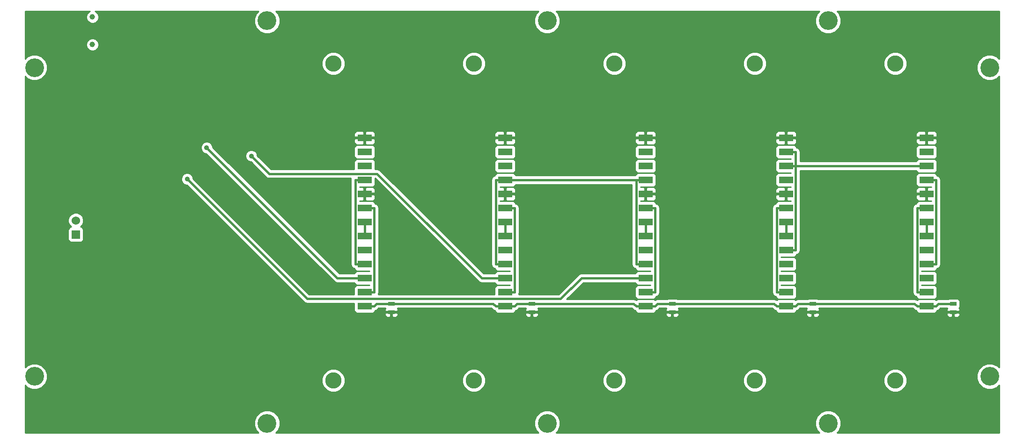
<source format=gbl>
G04 (created by PCBNEW-RS274X (2011-05-25)-stable) date Fri 12 Oct 2012 09:19:42 AM PDT*
G01*
G70*
G90*
%MOIN*%
G04 Gerber Fmt 3.4, Leading zero omitted, Abs format*
%FSLAX34Y34*%
G04 APERTURE LIST*
%ADD10C,0.006000*%
%ADD11C,0.133900*%
%ADD12R,0.100000X0.050000*%
%ADD13C,0.116000*%
%ADD14C,0.039000*%
%ADD15R,0.045000X0.025000*%
%ADD16R,0.060000X0.060000*%
%ADD17C,0.060000*%
%ADD18C,0.035000*%
%ADD19C,0.015000*%
%ADD20C,0.010000*%
G04 APERTURE END LIST*
G54D10*
G54D11*
X77185Y-41717D03*
X57185Y-41717D03*
X37234Y-41717D03*
X37234Y-13008D03*
X57185Y-13008D03*
X77185Y-13008D03*
G54D12*
X84185Y-21362D03*
X84185Y-22362D03*
X84185Y-23362D03*
X84185Y-24362D03*
X84185Y-25362D03*
X84185Y-26362D03*
X84185Y-27362D03*
X84185Y-28362D03*
X84185Y-29362D03*
X84185Y-30362D03*
X84185Y-31362D03*
X84185Y-32362D03*
X84185Y-33362D03*
G54D13*
X81965Y-16062D03*
X81965Y-38662D03*
G54D12*
X74185Y-21362D03*
X74185Y-22362D03*
X74185Y-23362D03*
X74185Y-24362D03*
X74185Y-25362D03*
X74185Y-26362D03*
X74185Y-27362D03*
X74185Y-28362D03*
X74185Y-29362D03*
X74185Y-30362D03*
X74185Y-31362D03*
X74185Y-32362D03*
X74185Y-33362D03*
G54D13*
X71965Y-16062D03*
X71965Y-38662D03*
G54D12*
X64185Y-21362D03*
X64185Y-22362D03*
X64185Y-23362D03*
X64185Y-24362D03*
X64185Y-25362D03*
X64185Y-26362D03*
X64185Y-27362D03*
X64185Y-28362D03*
X64185Y-29362D03*
X64185Y-30362D03*
X64185Y-31362D03*
X64185Y-32362D03*
X64185Y-33362D03*
G54D13*
X61965Y-16062D03*
X61965Y-38662D03*
G54D12*
X44185Y-21362D03*
X44185Y-22362D03*
X44185Y-23362D03*
X44185Y-24362D03*
X44185Y-25362D03*
X44185Y-26362D03*
X44185Y-27362D03*
X44185Y-28362D03*
X44185Y-29362D03*
X44185Y-30362D03*
X44185Y-31362D03*
X44185Y-32362D03*
X44185Y-33362D03*
G54D13*
X41965Y-16062D03*
X41965Y-38662D03*
G54D14*
X24803Y-12736D03*
X24803Y-14704D03*
G54D15*
X46085Y-33187D03*
X46085Y-33787D03*
X66085Y-33187D03*
X66085Y-33787D03*
X76085Y-33187D03*
X76085Y-33787D03*
X86085Y-33187D03*
X86085Y-33787D03*
G54D16*
X23622Y-28256D03*
G54D17*
X23622Y-27256D03*
G54D11*
X20685Y-16354D03*
X20685Y-38370D03*
X88685Y-38370D03*
X88685Y-16354D03*
G54D12*
X54185Y-21362D03*
X54185Y-22362D03*
X54185Y-23362D03*
X54185Y-24362D03*
X54185Y-25362D03*
X54185Y-26362D03*
X54185Y-27362D03*
X54185Y-28362D03*
X54185Y-29362D03*
X54185Y-30362D03*
X54185Y-31362D03*
X54185Y-32362D03*
X54185Y-33362D03*
G54D13*
X51965Y-16062D03*
X51965Y-38662D03*
G54D15*
X56085Y-33187D03*
X56085Y-33787D03*
G54D18*
X32936Y-22059D03*
X36113Y-22652D03*
X31546Y-24304D03*
G54D19*
X44863Y-32362D02*
X44863Y-26362D01*
X44185Y-32362D02*
X44863Y-32362D01*
X44185Y-26362D02*
X44863Y-26362D01*
X54863Y-32362D02*
X54863Y-26362D01*
X54185Y-32362D02*
X54863Y-32362D01*
X54185Y-26362D02*
X54863Y-26362D01*
X64863Y-32362D02*
X64863Y-26362D01*
X64185Y-32362D02*
X64863Y-32362D01*
X64185Y-26362D02*
X64863Y-26362D01*
X73507Y-32362D02*
X73507Y-26362D01*
X74185Y-32362D02*
X73507Y-32362D01*
X74185Y-26362D02*
X73507Y-26362D01*
X83507Y-32362D02*
X83507Y-26362D01*
X84185Y-32362D02*
X83507Y-32362D01*
X84185Y-26362D02*
X83507Y-26362D01*
X43507Y-30362D02*
X43507Y-24362D01*
X44185Y-30362D02*
X43507Y-30362D01*
X44185Y-24362D02*
X43507Y-24362D01*
X63507Y-30362D02*
X63507Y-24362D01*
X64185Y-30362D02*
X63507Y-30362D01*
X64185Y-24362D02*
X63507Y-24362D01*
X84863Y-30362D02*
X84863Y-24362D01*
X84185Y-30362D02*
X84863Y-30362D01*
X84185Y-24362D02*
X84863Y-24362D01*
X63507Y-24362D02*
X54185Y-24362D01*
X53507Y-24362D02*
X53507Y-30362D01*
X54185Y-24362D02*
X53507Y-24362D01*
X54185Y-30362D02*
X53507Y-30362D01*
X74863Y-23362D02*
X74863Y-22362D01*
X74185Y-23362D02*
X74863Y-23362D01*
X74185Y-22362D02*
X74863Y-22362D01*
X74185Y-29362D02*
X74863Y-29362D01*
X74863Y-29362D02*
X74863Y-23362D01*
X84185Y-23362D02*
X83507Y-23362D01*
X74863Y-23362D02*
X83507Y-23362D01*
X42239Y-31362D02*
X44185Y-31362D01*
X32936Y-22059D02*
X42239Y-31362D01*
X52515Y-31362D02*
X54185Y-31362D01*
X45073Y-23920D02*
X52515Y-31362D01*
X37381Y-23920D02*
X45073Y-23920D01*
X36113Y-22652D02*
X37381Y-23920D01*
X59609Y-31362D02*
X64185Y-31362D01*
X58132Y-32839D02*
X59609Y-31362D01*
X40081Y-32839D02*
X58132Y-32839D01*
X31546Y-24304D02*
X40081Y-32839D01*
X85038Y-33187D02*
X84863Y-33362D01*
X86085Y-33187D02*
X85038Y-33187D01*
X84185Y-33362D02*
X84863Y-33362D01*
X74185Y-33362D02*
X74863Y-33362D01*
X64185Y-33362D02*
X64863Y-33362D01*
X44185Y-33362D02*
X44863Y-33362D01*
X45038Y-33187D02*
X46085Y-33187D01*
X44863Y-33362D02*
X45038Y-33187D01*
X53332Y-33187D02*
X53507Y-33362D01*
X46085Y-33187D02*
X53332Y-33187D01*
X54185Y-33362D02*
X53507Y-33362D01*
X54185Y-33362D02*
X54863Y-33362D01*
X55038Y-33187D02*
X56085Y-33187D01*
X54863Y-33362D02*
X55038Y-33187D01*
X63332Y-33187D02*
X63507Y-33362D01*
X56085Y-33187D02*
X63332Y-33187D01*
X64185Y-33362D02*
X63507Y-33362D01*
X65038Y-33187D02*
X66085Y-33187D01*
X64863Y-33362D02*
X65038Y-33187D01*
X73332Y-33187D02*
X73507Y-33362D01*
X66085Y-33187D02*
X73332Y-33187D01*
X74185Y-33362D02*
X73507Y-33362D01*
X75038Y-33187D02*
X76085Y-33187D01*
X74863Y-33362D02*
X75038Y-33187D01*
X83332Y-33187D02*
X83507Y-33362D01*
X76085Y-33187D02*
X83332Y-33187D01*
X84185Y-33362D02*
X83507Y-33362D01*
X74185Y-28362D02*
X74185Y-27362D01*
X84185Y-28362D02*
X84185Y-27362D01*
X64185Y-28362D02*
X64185Y-27362D01*
X44185Y-28362D02*
X44185Y-27362D01*
X54185Y-28362D02*
X54185Y-27362D01*
G54D10*
G36*
X54538Y-31863D02*
X53636Y-31863D01*
X53544Y-31901D01*
X53474Y-31971D01*
X53436Y-32062D01*
X53436Y-32161D01*
X53436Y-32514D01*
X45144Y-32514D01*
X45163Y-32486D01*
X45188Y-32362D01*
X45188Y-26362D01*
X45163Y-26238D01*
X45093Y-26132D01*
X44987Y-26062D01*
X44935Y-26051D01*
X44935Y-25474D01*
X44935Y-25250D01*
X44934Y-25161D01*
X44934Y-25062D01*
X44896Y-24971D01*
X44826Y-24901D01*
X44734Y-24863D01*
X44297Y-24862D01*
X44235Y-24924D01*
X44235Y-25312D01*
X44873Y-25312D01*
X44935Y-25250D01*
X44935Y-25474D01*
X44873Y-25412D01*
X44235Y-25412D01*
X44235Y-25800D01*
X44297Y-25862D01*
X44734Y-25861D01*
X44826Y-25823D01*
X44896Y-25753D01*
X44934Y-25662D01*
X44934Y-25563D01*
X44935Y-25474D01*
X44935Y-26051D01*
X44928Y-26050D01*
X44896Y-25971D01*
X44826Y-25901D01*
X44735Y-25863D01*
X44636Y-25863D01*
X43832Y-25863D01*
X43832Y-25861D01*
X44073Y-25862D01*
X44135Y-25800D01*
X44135Y-25462D01*
X44135Y-25412D01*
X44135Y-25312D01*
X44135Y-25262D01*
X44135Y-24924D01*
X44073Y-24862D01*
X43832Y-24862D01*
X43832Y-24861D01*
X44734Y-24861D01*
X44826Y-24823D01*
X44896Y-24753D01*
X44934Y-24662D01*
X44934Y-24563D01*
X44934Y-24245D01*
X44938Y-24245D01*
X52283Y-31589D01*
X52285Y-31592D01*
X52390Y-31661D01*
X52391Y-31662D01*
X52515Y-31687D01*
X53446Y-31687D01*
X53474Y-31753D01*
X53544Y-31823D01*
X53635Y-31861D01*
X53734Y-31861D01*
X54538Y-31861D01*
X54538Y-31863D01*
X54538Y-31863D01*
G37*
G54D20*
X54538Y-31863D02*
X53636Y-31863D01*
X53544Y-31901D01*
X53474Y-31971D01*
X53436Y-32062D01*
X53436Y-32161D01*
X53436Y-32514D01*
X45144Y-32514D01*
X45163Y-32486D01*
X45188Y-32362D01*
X45188Y-26362D01*
X45163Y-26238D01*
X45093Y-26132D01*
X44987Y-26062D01*
X44935Y-26051D01*
X44935Y-25474D01*
X44935Y-25250D01*
X44934Y-25161D01*
X44934Y-25062D01*
X44896Y-24971D01*
X44826Y-24901D01*
X44734Y-24863D01*
X44297Y-24862D01*
X44235Y-24924D01*
X44235Y-25312D01*
X44873Y-25312D01*
X44935Y-25250D01*
X44935Y-25474D01*
X44873Y-25412D01*
X44235Y-25412D01*
X44235Y-25800D01*
X44297Y-25862D01*
X44734Y-25861D01*
X44826Y-25823D01*
X44896Y-25753D01*
X44934Y-25662D01*
X44934Y-25563D01*
X44935Y-25474D01*
X44935Y-26051D01*
X44928Y-26050D01*
X44896Y-25971D01*
X44826Y-25901D01*
X44735Y-25863D01*
X44636Y-25863D01*
X43832Y-25863D01*
X43832Y-25861D01*
X44073Y-25862D01*
X44135Y-25800D01*
X44135Y-25462D01*
X44135Y-25412D01*
X44135Y-25312D01*
X44135Y-25262D01*
X44135Y-24924D01*
X44073Y-24862D01*
X43832Y-24862D01*
X43832Y-24861D01*
X44734Y-24861D01*
X44826Y-24823D01*
X44896Y-24753D01*
X44934Y-24662D01*
X44934Y-24563D01*
X44934Y-24245D01*
X44938Y-24245D01*
X52283Y-31589D01*
X52285Y-31592D01*
X52390Y-31661D01*
X52391Y-31662D01*
X52515Y-31687D01*
X53446Y-31687D01*
X53474Y-31753D01*
X53544Y-31823D01*
X53635Y-31861D01*
X53734Y-31861D01*
X54538Y-31861D01*
X54538Y-31863D01*
G54D10*
G36*
X64538Y-30863D02*
X63636Y-30863D01*
X63544Y-30901D01*
X63474Y-30971D01*
X63446Y-31037D01*
X59609Y-31037D01*
X59608Y-31037D01*
X59583Y-31042D01*
X59485Y-31062D01*
X59379Y-31132D01*
X59377Y-31134D01*
X57997Y-32514D01*
X55144Y-32514D01*
X55163Y-32486D01*
X55188Y-32362D01*
X55188Y-26362D01*
X55163Y-26238D01*
X55093Y-26132D01*
X54987Y-26062D01*
X54935Y-26051D01*
X54935Y-25474D01*
X54935Y-25250D01*
X54934Y-25161D01*
X54934Y-25062D01*
X54896Y-24971D01*
X54826Y-24901D01*
X54734Y-24863D01*
X54297Y-24862D01*
X54235Y-24924D01*
X54235Y-25312D01*
X54873Y-25312D01*
X54935Y-25250D01*
X54935Y-25474D01*
X54873Y-25412D01*
X54235Y-25412D01*
X54235Y-25800D01*
X54297Y-25862D01*
X54734Y-25861D01*
X54826Y-25823D01*
X54896Y-25753D01*
X54934Y-25662D01*
X54934Y-25563D01*
X54935Y-25474D01*
X54935Y-26051D01*
X54928Y-26050D01*
X54896Y-25971D01*
X54826Y-25901D01*
X54735Y-25863D01*
X54636Y-25863D01*
X53832Y-25863D01*
X53832Y-25861D01*
X54073Y-25862D01*
X54135Y-25800D01*
X54135Y-25462D01*
X54135Y-25412D01*
X54135Y-25312D01*
X54135Y-25262D01*
X54135Y-24924D01*
X54073Y-24862D01*
X53832Y-24862D01*
X53832Y-24861D01*
X54734Y-24861D01*
X54826Y-24823D01*
X54896Y-24753D01*
X54923Y-24687D01*
X63182Y-24687D01*
X63182Y-30362D01*
X63207Y-30486D01*
X63277Y-30592D01*
X63383Y-30662D01*
X63441Y-30673D01*
X63474Y-30753D01*
X63544Y-30823D01*
X63635Y-30861D01*
X63734Y-30861D01*
X64538Y-30861D01*
X64538Y-30863D01*
X64538Y-30863D01*
G37*
G54D20*
X64538Y-30863D02*
X63636Y-30863D01*
X63544Y-30901D01*
X63474Y-30971D01*
X63446Y-31037D01*
X59609Y-31037D01*
X59608Y-31037D01*
X59583Y-31042D01*
X59485Y-31062D01*
X59379Y-31132D01*
X59377Y-31134D01*
X57997Y-32514D01*
X55144Y-32514D01*
X55163Y-32486D01*
X55188Y-32362D01*
X55188Y-26362D01*
X55163Y-26238D01*
X55093Y-26132D01*
X54987Y-26062D01*
X54935Y-26051D01*
X54935Y-25474D01*
X54935Y-25250D01*
X54934Y-25161D01*
X54934Y-25062D01*
X54896Y-24971D01*
X54826Y-24901D01*
X54734Y-24863D01*
X54297Y-24862D01*
X54235Y-24924D01*
X54235Y-25312D01*
X54873Y-25312D01*
X54935Y-25250D01*
X54935Y-25474D01*
X54873Y-25412D01*
X54235Y-25412D01*
X54235Y-25800D01*
X54297Y-25862D01*
X54734Y-25861D01*
X54826Y-25823D01*
X54896Y-25753D01*
X54934Y-25662D01*
X54934Y-25563D01*
X54935Y-25474D01*
X54935Y-26051D01*
X54928Y-26050D01*
X54896Y-25971D01*
X54826Y-25901D01*
X54735Y-25863D01*
X54636Y-25863D01*
X53832Y-25863D01*
X53832Y-25861D01*
X54073Y-25862D01*
X54135Y-25800D01*
X54135Y-25462D01*
X54135Y-25412D01*
X54135Y-25312D01*
X54135Y-25262D01*
X54135Y-24924D01*
X54073Y-24862D01*
X53832Y-24862D01*
X53832Y-24861D01*
X54734Y-24861D01*
X54826Y-24823D01*
X54896Y-24753D01*
X54923Y-24687D01*
X63182Y-24687D01*
X63182Y-30362D01*
X63207Y-30486D01*
X63277Y-30592D01*
X63383Y-30662D01*
X63441Y-30673D01*
X63474Y-30753D01*
X63544Y-30823D01*
X63635Y-30861D01*
X63734Y-30861D01*
X64538Y-30861D01*
X64538Y-30863D01*
G54D10*
G36*
X89360Y-42392D02*
X86560Y-42392D01*
X86560Y-33899D01*
X86560Y-33675D01*
X86559Y-33613D01*
X86521Y-33521D01*
X86487Y-33487D01*
X86521Y-33453D01*
X86559Y-33362D01*
X86559Y-33263D01*
X86559Y-33013D01*
X86521Y-32921D01*
X86451Y-32851D01*
X86360Y-32813D01*
X86261Y-32813D01*
X85811Y-32813D01*
X85719Y-32851D01*
X85708Y-32862D01*
X85188Y-32862D01*
X85188Y-30362D01*
X85188Y-24362D01*
X85163Y-24238D01*
X85093Y-24132D01*
X84987Y-24062D01*
X84935Y-24051D01*
X84935Y-21474D01*
X84935Y-21250D01*
X84934Y-21161D01*
X84934Y-21062D01*
X84896Y-20971D01*
X84826Y-20901D01*
X84734Y-20863D01*
X84297Y-20862D01*
X84235Y-20924D01*
X84235Y-21312D01*
X84873Y-21312D01*
X84935Y-21250D01*
X84935Y-21474D01*
X84873Y-21412D01*
X84235Y-21412D01*
X84235Y-21800D01*
X84297Y-21862D01*
X84734Y-21861D01*
X84826Y-21823D01*
X84896Y-21753D01*
X84934Y-21662D01*
X84934Y-21563D01*
X84935Y-21474D01*
X84935Y-24051D01*
X84934Y-24051D01*
X84934Y-23662D01*
X84934Y-23563D01*
X84934Y-23063D01*
X84934Y-22662D01*
X84934Y-22563D01*
X84934Y-22063D01*
X84896Y-21971D01*
X84826Y-21901D01*
X84735Y-21863D01*
X84636Y-21863D01*
X84135Y-21863D01*
X84135Y-21800D01*
X84135Y-21412D01*
X84135Y-21312D01*
X84135Y-20924D01*
X84073Y-20862D01*
X83636Y-20863D01*
X83544Y-20901D01*
X83474Y-20971D01*
X83436Y-21062D01*
X83436Y-21161D01*
X83435Y-21250D01*
X83497Y-21312D01*
X84135Y-21312D01*
X84135Y-21412D01*
X83497Y-21412D01*
X83435Y-21474D01*
X83436Y-21563D01*
X83436Y-21662D01*
X83474Y-21753D01*
X83544Y-21823D01*
X83636Y-21861D01*
X84073Y-21862D01*
X84135Y-21800D01*
X84135Y-21863D01*
X83636Y-21863D01*
X83544Y-21901D01*
X83474Y-21971D01*
X83436Y-22062D01*
X83436Y-22161D01*
X83436Y-22661D01*
X83474Y-22753D01*
X83544Y-22823D01*
X83635Y-22861D01*
X83734Y-22861D01*
X84734Y-22861D01*
X84826Y-22823D01*
X84896Y-22753D01*
X84934Y-22662D01*
X84934Y-23063D01*
X84896Y-22971D01*
X84826Y-22901D01*
X84735Y-22863D01*
X84636Y-22863D01*
X83636Y-22863D01*
X83544Y-22901D01*
X83474Y-22971D01*
X83446Y-23037D01*
X82795Y-23037D01*
X82795Y-16228D01*
X82795Y-15898D01*
X82669Y-15593D01*
X82436Y-15359D01*
X82131Y-15232D01*
X81801Y-15232D01*
X81496Y-15358D01*
X81262Y-15591D01*
X81135Y-15896D01*
X81135Y-16226D01*
X81261Y-16531D01*
X81494Y-16765D01*
X81799Y-16892D01*
X82129Y-16892D01*
X82434Y-16766D01*
X82668Y-16533D01*
X82795Y-16228D01*
X82795Y-23037D01*
X75188Y-23037D01*
X75188Y-22362D01*
X75163Y-22238D01*
X75093Y-22132D01*
X74987Y-22062D01*
X74935Y-22051D01*
X74935Y-21474D01*
X74935Y-21250D01*
X74934Y-21161D01*
X74934Y-21062D01*
X74896Y-20971D01*
X74826Y-20901D01*
X74734Y-20863D01*
X74297Y-20862D01*
X74235Y-20924D01*
X74235Y-21312D01*
X74873Y-21312D01*
X74935Y-21250D01*
X74935Y-21474D01*
X74873Y-21412D01*
X74235Y-21412D01*
X74235Y-21800D01*
X74297Y-21862D01*
X74734Y-21861D01*
X74826Y-21823D01*
X74896Y-21753D01*
X74934Y-21662D01*
X74934Y-21563D01*
X74935Y-21474D01*
X74935Y-22051D01*
X74928Y-22050D01*
X74896Y-21971D01*
X74826Y-21901D01*
X74735Y-21863D01*
X74636Y-21863D01*
X74135Y-21863D01*
X74135Y-21800D01*
X74135Y-21412D01*
X74135Y-21312D01*
X74135Y-20924D01*
X74073Y-20862D01*
X73636Y-20863D01*
X73544Y-20901D01*
X73474Y-20971D01*
X73436Y-21062D01*
X73436Y-21161D01*
X73435Y-21250D01*
X73497Y-21312D01*
X74135Y-21312D01*
X74135Y-21412D01*
X73497Y-21412D01*
X73435Y-21474D01*
X73436Y-21563D01*
X73436Y-21662D01*
X73474Y-21753D01*
X73544Y-21823D01*
X73636Y-21861D01*
X74073Y-21862D01*
X74135Y-21800D01*
X74135Y-21863D01*
X73636Y-21863D01*
X73544Y-21901D01*
X73474Y-21971D01*
X73436Y-22062D01*
X73436Y-22161D01*
X73436Y-22661D01*
X73474Y-22753D01*
X73544Y-22823D01*
X73635Y-22861D01*
X73734Y-22861D01*
X74538Y-22861D01*
X74538Y-22863D01*
X73636Y-22863D01*
X73544Y-22901D01*
X73474Y-22971D01*
X73436Y-23062D01*
X73436Y-23161D01*
X73436Y-23661D01*
X73474Y-23753D01*
X73544Y-23823D01*
X73635Y-23861D01*
X73734Y-23861D01*
X74538Y-23861D01*
X74538Y-23863D01*
X73636Y-23863D01*
X73544Y-23901D01*
X73474Y-23971D01*
X73436Y-24062D01*
X73436Y-24161D01*
X73436Y-24661D01*
X73474Y-24753D01*
X73544Y-24823D01*
X73635Y-24861D01*
X73734Y-24861D01*
X74538Y-24861D01*
X74538Y-24862D01*
X74297Y-24862D01*
X74235Y-24924D01*
X74235Y-25262D01*
X74235Y-25312D01*
X74235Y-25412D01*
X74235Y-25462D01*
X74235Y-25800D01*
X74297Y-25862D01*
X74538Y-25861D01*
X74538Y-25863D01*
X74135Y-25863D01*
X74135Y-25800D01*
X74135Y-25412D01*
X74135Y-25312D01*
X74135Y-24924D01*
X74073Y-24862D01*
X73636Y-24863D01*
X73544Y-24901D01*
X73474Y-24971D01*
X73436Y-25062D01*
X73436Y-25161D01*
X73435Y-25250D01*
X73497Y-25312D01*
X74135Y-25312D01*
X74135Y-25412D01*
X73497Y-25412D01*
X73435Y-25474D01*
X73436Y-25563D01*
X73436Y-25662D01*
X73474Y-25753D01*
X73544Y-25823D01*
X73636Y-25861D01*
X74073Y-25862D01*
X74135Y-25800D01*
X74135Y-25863D01*
X73636Y-25863D01*
X73544Y-25901D01*
X73474Y-25971D01*
X73440Y-26050D01*
X73383Y-26062D01*
X73277Y-26132D01*
X73207Y-26238D01*
X73182Y-26362D01*
X73182Y-32362D01*
X73207Y-32486D01*
X73277Y-32592D01*
X73383Y-32662D01*
X73441Y-32673D01*
X73474Y-32753D01*
X73544Y-32823D01*
X73635Y-32861D01*
X73734Y-32861D01*
X74734Y-32861D01*
X74826Y-32823D01*
X74896Y-32753D01*
X74934Y-32662D01*
X74934Y-32563D01*
X74934Y-32063D01*
X74896Y-31971D01*
X74826Y-31901D01*
X74735Y-31863D01*
X74636Y-31863D01*
X73832Y-31863D01*
X73832Y-31861D01*
X74734Y-31861D01*
X74826Y-31823D01*
X74896Y-31753D01*
X74934Y-31662D01*
X74934Y-31563D01*
X74934Y-31063D01*
X74896Y-30971D01*
X74826Y-30901D01*
X74735Y-30863D01*
X74636Y-30863D01*
X73832Y-30863D01*
X73832Y-30861D01*
X74734Y-30861D01*
X74826Y-30823D01*
X74896Y-30753D01*
X74934Y-30662D01*
X74934Y-30563D01*
X74934Y-30063D01*
X74896Y-29971D01*
X74826Y-29901D01*
X74735Y-29863D01*
X74636Y-29863D01*
X73832Y-29863D01*
X73832Y-29861D01*
X74734Y-29861D01*
X74826Y-29823D01*
X74896Y-29753D01*
X74929Y-29673D01*
X74987Y-29662D01*
X75093Y-29592D01*
X75163Y-29486D01*
X75188Y-29362D01*
X75188Y-23687D01*
X83446Y-23687D01*
X83474Y-23753D01*
X83544Y-23823D01*
X83635Y-23861D01*
X83734Y-23861D01*
X84734Y-23861D01*
X84826Y-23823D01*
X84896Y-23753D01*
X84934Y-23662D01*
X84934Y-24051D01*
X84928Y-24050D01*
X84896Y-23971D01*
X84826Y-23901D01*
X84735Y-23863D01*
X84636Y-23863D01*
X83636Y-23863D01*
X83544Y-23901D01*
X83474Y-23971D01*
X83436Y-24062D01*
X83436Y-24161D01*
X83436Y-24661D01*
X83474Y-24753D01*
X83544Y-24823D01*
X83635Y-24861D01*
X83734Y-24861D01*
X84538Y-24861D01*
X84538Y-24862D01*
X84297Y-24862D01*
X84235Y-24924D01*
X84235Y-25262D01*
X84235Y-25312D01*
X84235Y-25412D01*
X84235Y-25462D01*
X84235Y-25800D01*
X84297Y-25862D01*
X84538Y-25861D01*
X84538Y-25863D01*
X84135Y-25863D01*
X84135Y-25800D01*
X84135Y-25412D01*
X84135Y-25312D01*
X84135Y-24924D01*
X84073Y-24862D01*
X83636Y-24863D01*
X83544Y-24901D01*
X83474Y-24971D01*
X83436Y-25062D01*
X83436Y-25161D01*
X83435Y-25250D01*
X83497Y-25312D01*
X84135Y-25312D01*
X84135Y-25412D01*
X83497Y-25412D01*
X83435Y-25474D01*
X83436Y-25563D01*
X83436Y-25662D01*
X83474Y-25753D01*
X83544Y-25823D01*
X83636Y-25861D01*
X84073Y-25862D01*
X84135Y-25800D01*
X84135Y-25863D01*
X83636Y-25863D01*
X83544Y-25901D01*
X83474Y-25971D01*
X83440Y-26050D01*
X83383Y-26062D01*
X83277Y-26132D01*
X83207Y-26238D01*
X83182Y-26362D01*
X83182Y-32362D01*
X83207Y-32486D01*
X83277Y-32592D01*
X83383Y-32662D01*
X83441Y-32673D01*
X83474Y-32753D01*
X83544Y-32823D01*
X83635Y-32861D01*
X83734Y-32861D01*
X84734Y-32861D01*
X84826Y-32823D01*
X84896Y-32753D01*
X84934Y-32662D01*
X84934Y-32563D01*
X84934Y-32063D01*
X84896Y-31971D01*
X84826Y-31901D01*
X84735Y-31863D01*
X84636Y-31863D01*
X83832Y-31863D01*
X83832Y-31861D01*
X84734Y-31861D01*
X84826Y-31823D01*
X84896Y-31753D01*
X84934Y-31662D01*
X84934Y-31563D01*
X84934Y-31063D01*
X84896Y-30971D01*
X84826Y-30901D01*
X84735Y-30863D01*
X84636Y-30863D01*
X83832Y-30863D01*
X83832Y-30861D01*
X84734Y-30861D01*
X84826Y-30823D01*
X84896Y-30753D01*
X84929Y-30673D01*
X84987Y-30662D01*
X85093Y-30592D01*
X85163Y-30486D01*
X85188Y-30362D01*
X85188Y-32862D01*
X85038Y-32862D01*
X84914Y-32887D01*
X84852Y-32927D01*
X84826Y-32901D01*
X84735Y-32863D01*
X84636Y-32863D01*
X83636Y-32863D01*
X83544Y-32901D01*
X83517Y-32927D01*
X83456Y-32887D01*
X83332Y-32862D01*
X76462Y-32862D01*
X76451Y-32851D01*
X76360Y-32813D01*
X76261Y-32813D01*
X75811Y-32813D01*
X75719Y-32851D01*
X75708Y-32862D01*
X75038Y-32862D01*
X74914Y-32887D01*
X74852Y-32927D01*
X74826Y-32901D01*
X74735Y-32863D01*
X74636Y-32863D01*
X73636Y-32863D01*
X73544Y-32901D01*
X73517Y-32927D01*
X73456Y-32887D01*
X73332Y-32862D01*
X72795Y-32862D01*
X72795Y-16228D01*
X72795Y-15898D01*
X72669Y-15593D01*
X72436Y-15359D01*
X72131Y-15232D01*
X71801Y-15232D01*
X71496Y-15358D01*
X71262Y-15591D01*
X71135Y-15896D01*
X71135Y-16226D01*
X71261Y-16531D01*
X71494Y-16765D01*
X71799Y-16892D01*
X72129Y-16892D01*
X72434Y-16766D01*
X72668Y-16533D01*
X72795Y-16228D01*
X72795Y-32862D01*
X66462Y-32862D01*
X66451Y-32851D01*
X66360Y-32813D01*
X66261Y-32813D01*
X65811Y-32813D01*
X65719Y-32851D01*
X65708Y-32862D01*
X65038Y-32862D01*
X64914Y-32887D01*
X64852Y-32927D01*
X64826Y-32901D01*
X64735Y-32863D01*
X64636Y-32863D01*
X63636Y-32863D01*
X63544Y-32901D01*
X63517Y-32927D01*
X63456Y-32887D01*
X63332Y-32862D01*
X58568Y-32862D01*
X59743Y-31687D01*
X63446Y-31687D01*
X63474Y-31753D01*
X63544Y-31823D01*
X63635Y-31861D01*
X63734Y-31861D01*
X64538Y-31861D01*
X64538Y-31863D01*
X63636Y-31863D01*
X63544Y-31901D01*
X63474Y-31971D01*
X63436Y-32062D01*
X63436Y-32161D01*
X63436Y-32661D01*
X63474Y-32753D01*
X63544Y-32823D01*
X63635Y-32861D01*
X63734Y-32861D01*
X64734Y-32861D01*
X64826Y-32823D01*
X64896Y-32753D01*
X64929Y-32673D01*
X64987Y-32662D01*
X65093Y-32592D01*
X65163Y-32486D01*
X65188Y-32362D01*
X65188Y-26362D01*
X65163Y-26238D01*
X65093Y-26132D01*
X64987Y-26062D01*
X64935Y-26051D01*
X64935Y-25474D01*
X64935Y-25250D01*
X64935Y-21474D01*
X64935Y-21250D01*
X64934Y-21161D01*
X64934Y-21062D01*
X64896Y-20971D01*
X64826Y-20901D01*
X64734Y-20863D01*
X64297Y-20862D01*
X64235Y-20924D01*
X64235Y-21312D01*
X64873Y-21312D01*
X64935Y-21250D01*
X64935Y-21474D01*
X64873Y-21412D01*
X64235Y-21412D01*
X64235Y-21800D01*
X64297Y-21862D01*
X64734Y-21861D01*
X64826Y-21823D01*
X64896Y-21753D01*
X64934Y-21662D01*
X64934Y-21563D01*
X64935Y-21474D01*
X64935Y-25250D01*
X64934Y-25161D01*
X64934Y-25062D01*
X64896Y-24971D01*
X64826Y-24901D01*
X64734Y-24863D01*
X64297Y-24862D01*
X64235Y-24924D01*
X64235Y-25312D01*
X64873Y-25312D01*
X64935Y-25250D01*
X64935Y-25474D01*
X64873Y-25412D01*
X64235Y-25412D01*
X64235Y-25800D01*
X64297Y-25862D01*
X64734Y-25861D01*
X64826Y-25823D01*
X64896Y-25753D01*
X64934Y-25662D01*
X64934Y-25563D01*
X64935Y-25474D01*
X64935Y-26051D01*
X64928Y-26050D01*
X64896Y-25971D01*
X64826Y-25901D01*
X64735Y-25863D01*
X64636Y-25863D01*
X63832Y-25863D01*
X63832Y-25861D01*
X64073Y-25862D01*
X64135Y-25800D01*
X64135Y-25462D01*
X64135Y-25412D01*
X64135Y-25312D01*
X64135Y-25262D01*
X64135Y-24924D01*
X64073Y-24862D01*
X63832Y-24862D01*
X63832Y-24861D01*
X64734Y-24861D01*
X64826Y-24823D01*
X64896Y-24753D01*
X64934Y-24662D01*
X64934Y-24563D01*
X64934Y-24063D01*
X64934Y-23662D01*
X64934Y-23563D01*
X64934Y-23063D01*
X64934Y-22662D01*
X64934Y-22563D01*
X64934Y-22063D01*
X64896Y-21971D01*
X64826Y-21901D01*
X64735Y-21863D01*
X64636Y-21863D01*
X64135Y-21863D01*
X64135Y-21800D01*
X64135Y-21412D01*
X64135Y-21312D01*
X64135Y-20924D01*
X64073Y-20862D01*
X63636Y-20863D01*
X63544Y-20901D01*
X63474Y-20971D01*
X63436Y-21062D01*
X63436Y-21161D01*
X63435Y-21250D01*
X63497Y-21312D01*
X64135Y-21312D01*
X64135Y-21412D01*
X63497Y-21412D01*
X63435Y-21474D01*
X63436Y-21563D01*
X63436Y-21662D01*
X63474Y-21753D01*
X63544Y-21823D01*
X63636Y-21861D01*
X64073Y-21862D01*
X64135Y-21800D01*
X64135Y-21863D01*
X63636Y-21863D01*
X63544Y-21901D01*
X63474Y-21971D01*
X63436Y-22062D01*
X63436Y-22161D01*
X63436Y-22661D01*
X63474Y-22753D01*
X63544Y-22823D01*
X63635Y-22861D01*
X63734Y-22861D01*
X64734Y-22861D01*
X64826Y-22823D01*
X64896Y-22753D01*
X64934Y-22662D01*
X64934Y-23063D01*
X64896Y-22971D01*
X64826Y-22901D01*
X64735Y-22863D01*
X64636Y-22863D01*
X63636Y-22863D01*
X63544Y-22901D01*
X63474Y-22971D01*
X63436Y-23062D01*
X63436Y-23161D01*
X63436Y-23661D01*
X63474Y-23753D01*
X63544Y-23823D01*
X63635Y-23861D01*
X63734Y-23861D01*
X64734Y-23861D01*
X64826Y-23823D01*
X64896Y-23753D01*
X64934Y-23662D01*
X64934Y-24063D01*
X64896Y-23971D01*
X64826Y-23901D01*
X64735Y-23863D01*
X64636Y-23863D01*
X63636Y-23863D01*
X63544Y-23901D01*
X63474Y-23971D01*
X63446Y-24037D01*
X62795Y-24037D01*
X62795Y-16228D01*
X62795Y-15898D01*
X62669Y-15593D01*
X62436Y-15359D01*
X62131Y-15232D01*
X61801Y-15232D01*
X61496Y-15358D01*
X61262Y-15591D01*
X61135Y-15896D01*
X61135Y-16226D01*
X61261Y-16531D01*
X61494Y-16765D01*
X61799Y-16892D01*
X62129Y-16892D01*
X62434Y-16766D01*
X62668Y-16533D01*
X62795Y-16228D01*
X62795Y-24037D01*
X54935Y-24037D01*
X54935Y-21474D01*
X54935Y-21250D01*
X54934Y-21161D01*
X54934Y-21062D01*
X54896Y-20971D01*
X54826Y-20901D01*
X54734Y-20863D01*
X54297Y-20862D01*
X54235Y-20924D01*
X54235Y-21312D01*
X54873Y-21312D01*
X54935Y-21250D01*
X54935Y-21474D01*
X54873Y-21412D01*
X54235Y-21412D01*
X54235Y-21800D01*
X54297Y-21862D01*
X54734Y-21861D01*
X54826Y-21823D01*
X54896Y-21753D01*
X54934Y-21662D01*
X54934Y-21563D01*
X54935Y-21474D01*
X54935Y-24037D01*
X54934Y-24037D01*
X54934Y-23662D01*
X54934Y-23563D01*
X54934Y-23063D01*
X54934Y-22662D01*
X54934Y-22563D01*
X54934Y-22063D01*
X54896Y-21971D01*
X54826Y-21901D01*
X54735Y-21863D01*
X54636Y-21863D01*
X54135Y-21863D01*
X54135Y-21800D01*
X54135Y-21412D01*
X54135Y-21312D01*
X54135Y-20924D01*
X54073Y-20862D01*
X53636Y-20863D01*
X53544Y-20901D01*
X53474Y-20971D01*
X53436Y-21062D01*
X53436Y-21161D01*
X53435Y-21250D01*
X53497Y-21312D01*
X54135Y-21312D01*
X54135Y-21412D01*
X53497Y-21412D01*
X53435Y-21474D01*
X53436Y-21563D01*
X53436Y-21662D01*
X53474Y-21753D01*
X53544Y-21823D01*
X53636Y-21861D01*
X54073Y-21862D01*
X54135Y-21800D01*
X54135Y-21863D01*
X53636Y-21863D01*
X53544Y-21901D01*
X53474Y-21971D01*
X53436Y-22062D01*
X53436Y-22161D01*
X53436Y-22661D01*
X53474Y-22753D01*
X53544Y-22823D01*
X53635Y-22861D01*
X53734Y-22861D01*
X54734Y-22861D01*
X54826Y-22823D01*
X54896Y-22753D01*
X54934Y-22662D01*
X54934Y-23063D01*
X54896Y-22971D01*
X54826Y-22901D01*
X54735Y-22863D01*
X54636Y-22863D01*
X53636Y-22863D01*
X53544Y-22901D01*
X53474Y-22971D01*
X53436Y-23062D01*
X53436Y-23161D01*
X53436Y-23661D01*
X53474Y-23753D01*
X53544Y-23823D01*
X53635Y-23861D01*
X53734Y-23861D01*
X54734Y-23861D01*
X54826Y-23823D01*
X54896Y-23753D01*
X54934Y-23662D01*
X54934Y-24037D01*
X54923Y-24037D01*
X54896Y-23971D01*
X54826Y-23901D01*
X54735Y-23863D01*
X54636Y-23863D01*
X53636Y-23863D01*
X53544Y-23901D01*
X53474Y-23971D01*
X53440Y-24050D01*
X53383Y-24062D01*
X53277Y-24132D01*
X53207Y-24238D01*
X53182Y-24362D01*
X53182Y-30362D01*
X53207Y-30486D01*
X53277Y-30592D01*
X53383Y-30662D01*
X53441Y-30673D01*
X53474Y-30753D01*
X53544Y-30823D01*
X53635Y-30861D01*
X53734Y-30861D01*
X54538Y-30861D01*
X54538Y-30863D01*
X53636Y-30863D01*
X53544Y-30901D01*
X53474Y-30971D01*
X53446Y-31037D01*
X52795Y-31037D01*
X52795Y-16228D01*
X52795Y-15898D01*
X52669Y-15593D01*
X52436Y-15359D01*
X52131Y-15232D01*
X51801Y-15232D01*
X51496Y-15358D01*
X51262Y-15591D01*
X51135Y-15896D01*
X51135Y-16226D01*
X51261Y-16531D01*
X51494Y-16765D01*
X51799Y-16892D01*
X52129Y-16892D01*
X52434Y-16766D01*
X52668Y-16533D01*
X52795Y-16228D01*
X52795Y-31037D01*
X52649Y-31037D01*
X45303Y-23690D01*
X45197Y-23620D01*
X45073Y-23595D01*
X44935Y-23595D01*
X44935Y-21474D01*
X44935Y-21250D01*
X44934Y-21161D01*
X44934Y-21062D01*
X44896Y-20971D01*
X44826Y-20901D01*
X44734Y-20863D01*
X44297Y-20862D01*
X44235Y-20924D01*
X44235Y-21312D01*
X44873Y-21312D01*
X44935Y-21250D01*
X44935Y-21474D01*
X44873Y-21412D01*
X44235Y-21412D01*
X44235Y-21800D01*
X44297Y-21862D01*
X44734Y-21861D01*
X44826Y-21823D01*
X44896Y-21753D01*
X44934Y-21662D01*
X44934Y-21563D01*
X44935Y-21474D01*
X44935Y-23595D01*
X44934Y-23595D01*
X44934Y-23563D01*
X44934Y-23063D01*
X44934Y-22662D01*
X44934Y-22563D01*
X44934Y-22063D01*
X44896Y-21971D01*
X44826Y-21901D01*
X44735Y-21863D01*
X44636Y-21863D01*
X44135Y-21863D01*
X44135Y-21800D01*
X44135Y-21412D01*
X44135Y-21312D01*
X44135Y-20924D01*
X44073Y-20862D01*
X43636Y-20863D01*
X43544Y-20901D01*
X43474Y-20971D01*
X43436Y-21062D01*
X43436Y-21161D01*
X43435Y-21250D01*
X43497Y-21312D01*
X44135Y-21312D01*
X44135Y-21412D01*
X43497Y-21412D01*
X43435Y-21474D01*
X43436Y-21563D01*
X43436Y-21662D01*
X43474Y-21753D01*
X43544Y-21823D01*
X43636Y-21861D01*
X44073Y-21862D01*
X44135Y-21800D01*
X44135Y-21863D01*
X43636Y-21863D01*
X43544Y-21901D01*
X43474Y-21971D01*
X43436Y-22062D01*
X43436Y-22161D01*
X43436Y-22661D01*
X43474Y-22753D01*
X43544Y-22823D01*
X43635Y-22861D01*
X43734Y-22861D01*
X44734Y-22861D01*
X44826Y-22823D01*
X44896Y-22753D01*
X44934Y-22662D01*
X44934Y-23063D01*
X44896Y-22971D01*
X44826Y-22901D01*
X44735Y-22863D01*
X44636Y-22863D01*
X43636Y-22863D01*
X43544Y-22901D01*
X43474Y-22971D01*
X43436Y-23062D01*
X43436Y-23161D01*
X43436Y-23595D01*
X42795Y-23595D01*
X42795Y-16228D01*
X42795Y-15898D01*
X42669Y-15593D01*
X42436Y-15359D01*
X42131Y-15232D01*
X41801Y-15232D01*
X41496Y-15358D01*
X41262Y-15591D01*
X41135Y-15896D01*
X41135Y-16226D01*
X41261Y-16531D01*
X41494Y-16765D01*
X41799Y-16892D01*
X42129Y-16892D01*
X42434Y-16766D01*
X42668Y-16533D01*
X42795Y-16228D01*
X42795Y-23595D01*
X37516Y-23595D01*
X36538Y-22617D01*
X36538Y-22568D01*
X36474Y-22412D01*
X36354Y-22292D01*
X36198Y-22227D01*
X36029Y-22227D01*
X35873Y-22291D01*
X35753Y-22411D01*
X35688Y-22567D01*
X35688Y-22736D01*
X35752Y-22892D01*
X35872Y-23012D01*
X36028Y-23077D01*
X36078Y-23077D01*
X37151Y-24150D01*
X37256Y-24220D01*
X37257Y-24220D01*
X37381Y-24245D01*
X43205Y-24245D01*
X43182Y-24362D01*
X43182Y-30362D01*
X43207Y-30486D01*
X43277Y-30592D01*
X43383Y-30662D01*
X43441Y-30673D01*
X43474Y-30753D01*
X43544Y-30823D01*
X43635Y-30861D01*
X43734Y-30861D01*
X44538Y-30861D01*
X44538Y-30863D01*
X43636Y-30863D01*
X43544Y-30901D01*
X43474Y-30971D01*
X43446Y-31037D01*
X42374Y-31037D01*
X33361Y-22024D01*
X33361Y-21975D01*
X33297Y-21819D01*
X33177Y-21699D01*
X33021Y-21634D01*
X32852Y-21634D01*
X32696Y-21698D01*
X32576Y-21818D01*
X32511Y-21974D01*
X32511Y-22143D01*
X32575Y-22299D01*
X32695Y-22419D01*
X32851Y-22484D01*
X32901Y-22484D01*
X42009Y-31592D01*
X42114Y-31662D01*
X42115Y-31662D01*
X42239Y-31687D01*
X43446Y-31687D01*
X43474Y-31753D01*
X43544Y-31823D01*
X43635Y-31861D01*
X43734Y-31861D01*
X44538Y-31861D01*
X44538Y-31863D01*
X43636Y-31863D01*
X43544Y-31901D01*
X43474Y-31971D01*
X43436Y-32062D01*
X43436Y-32161D01*
X43436Y-32514D01*
X40216Y-32514D01*
X31971Y-24269D01*
X31971Y-24220D01*
X31907Y-24064D01*
X31787Y-23944D01*
X31631Y-23879D01*
X31462Y-23879D01*
X31306Y-23943D01*
X31186Y-24063D01*
X31121Y-24219D01*
X31121Y-24388D01*
X31185Y-24544D01*
X31305Y-24664D01*
X31461Y-24729D01*
X31511Y-24729D01*
X39851Y-33069D01*
X39956Y-33139D01*
X39957Y-33139D01*
X40081Y-33164D01*
X43436Y-33164D01*
X43436Y-33661D01*
X43474Y-33753D01*
X43544Y-33823D01*
X43635Y-33861D01*
X43734Y-33861D01*
X44734Y-33861D01*
X44826Y-33823D01*
X44896Y-33753D01*
X44929Y-33673D01*
X44987Y-33662D01*
X45093Y-33592D01*
X45172Y-33512D01*
X45658Y-33512D01*
X45649Y-33521D01*
X45611Y-33613D01*
X45610Y-33675D01*
X45672Y-33737D01*
X45985Y-33737D01*
X46035Y-33737D01*
X46135Y-33737D01*
X46185Y-33737D01*
X46498Y-33737D01*
X46560Y-33675D01*
X46559Y-33613D01*
X46521Y-33521D01*
X46512Y-33512D01*
X53197Y-33512D01*
X53275Y-33589D01*
X53277Y-33592D01*
X53382Y-33661D01*
X53383Y-33662D01*
X53441Y-33673D01*
X53474Y-33753D01*
X53544Y-33823D01*
X53635Y-33861D01*
X53734Y-33861D01*
X54734Y-33861D01*
X54826Y-33823D01*
X54896Y-33753D01*
X54929Y-33673D01*
X54987Y-33662D01*
X55093Y-33592D01*
X55172Y-33512D01*
X55658Y-33512D01*
X55649Y-33521D01*
X55611Y-33613D01*
X55610Y-33675D01*
X55672Y-33737D01*
X55985Y-33737D01*
X56035Y-33737D01*
X56135Y-33737D01*
X56185Y-33737D01*
X56498Y-33737D01*
X56560Y-33675D01*
X56559Y-33613D01*
X56521Y-33521D01*
X56512Y-33512D01*
X63197Y-33512D01*
X63275Y-33589D01*
X63277Y-33592D01*
X63382Y-33661D01*
X63383Y-33662D01*
X63441Y-33673D01*
X63474Y-33753D01*
X63544Y-33823D01*
X63635Y-33861D01*
X63734Y-33861D01*
X64734Y-33861D01*
X64826Y-33823D01*
X64896Y-33753D01*
X64929Y-33673D01*
X64987Y-33662D01*
X65093Y-33592D01*
X65172Y-33512D01*
X65658Y-33512D01*
X65649Y-33521D01*
X65611Y-33613D01*
X65610Y-33675D01*
X65672Y-33737D01*
X65985Y-33737D01*
X66035Y-33737D01*
X66135Y-33737D01*
X66185Y-33737D01*
X66498Y-33737D01*
X66560Y-33675D01*
X66559Y-33613D01*
X66521Y-33521D01*
X66512Y-33512D01*
X73197Y-33512D01*
X73275Y-33589D01*
X73277Y-33592D01*
X73382Y-33661D01*
X73383Y-33662D01*
X73441Y-33673D01*
X73474Y-33753D01*
X73544Y-33823D01*
X73635Y-33861D01*
X73734Y-33861D01*
X74734Y-33861D01*
X74826Y-33823D01*
X74896Y-33753D01*
X74929Y-33673D01*
X74987Y-33662D01*
X75093Y-33592D01*
X75172Y-33512D01*
X75658Y-33512D01*
X75649Y-33521D01*
X75611Y-33613D01*
X75610Y-33675D01*
X75672Y-33737D01*
X75985Y-33737D01*
X76035Y-33737D01*
X76135Y-33737D01*
X76185Y-33737D01*
X76498Y-33737D01*
X76560Y-33675D01*
X76559Y-33613D01*
X76521Y-33521D01*
X76512Y-33512D01*
X83197Y-33512D01*
X83275Y-33589D01*
X83277Y-33592D01*
X83382Y-33661D01*
X83383Y-33662D01*
X83441Y-33673D01*
X83474Y-33753D01*
X83544Y-33823D01*
X83635Y-33861D01*
X83734Y-33861D01*
X84734Y-33861D01*
X84826Y-33823D01*
X84896Y-33753D01*
X84929Y-33673D01*
X84987Y-33662D01*
X85093Y-33592D01*
X85172Y-33512D01*
X85658Y-33512D01*
X85649Y-33521D01*
X85611Y-33613D01*
X85610Y-33675D01*
X85672Y-33737D01*
X85985Y-33737D01*
X86035Y-33737D01*
X86135Y-33737D01*
X86185Y-33737D01*
X86498Y-33737D01*
X86560Y-33675D01*
X86560Y-33899D01*
X86498Y-33837D01*
X86135Y-33837D01*
X86135Y-34100D01*
X86197Y-34162D01*
X86261Y-34161D01*
X86360Y-34161D01*
X86451Y-34123D01*
X86521Y-34053D01*
X86559Y-33961D01*
X86560Y-33899D01*
X86560Y-42392D01*
X86035Y-42392D01*
X86035Y-34100D01*
X86035Y-33837D01*
X85672Y-33837D01*
X85610Y-33899D01*
X85611Y-33961D01*
X85649Y-34053D01*
X85719Y-34123D01*
X85810Y-34161D01*
X85909Y-34161D01*
X85973Y-34162D01*
X86035Y-34100D01*
X86035Y-42392D01*
X82795Y-42392D01*
X82795Y-38828D01*
X82795Y-38498D01*
X82669Y-38193D01*
X82436Y-37959D01*
X82131Y-37832D01*
X81801Y-37832D01*
X81496Y-37958D01*
X81262Y-38191D01*
X81135Y-38496D01*
X81135Y-38826D01*
X81261Y-39131D01*
X81494Y-39365D01*
X81799Y-39492D01*
X82129Y-39492D01*
X82434Y-39366D01*
X82668Y-39133D01*
X82795Y-38828D01*
X82795Y-42392D01*
X77809Y-42392D01*
X77964Y-42238D01*
X78104Y-41901D01*
X78104Y-41535D01*
X77964Y-41197D01*
X77706Y-40938D01*
X77369Y-40798D01*
X77003Y-40798D01*
X76665Y-40938D01*
X76560Y-41042D01*
X76560Y-33899D01*
X76498Y-33837D01*
X76135Y-33837D01*
X76135Y-34100D01*
X76197Y-34162D01*
X76261Y-34161D01*
X76360Y-34161D01*
X76451Y-34123D01*
X76521Y-34053D01*
X76559Y-33961D01*
X76560Y-33899D01*
X76560Y-41042D01*
X76406Y-41196D01*
X76266Y-41533D01*
X76266Y-41899D01*
X76406Y-42237D01*
X76560Y-42392D01*
X76035Y-42392D01*
X76035Y-34100D01*
X76035Y-33837D01*
X75672Y-33837D01*
X75610Y-33899D01*
X75611Y-33961D01*
X75649Y-34053D01*
X75719Y-34123D01*
X75810Y-34161D01*
X75909Y-34161D01*
X75973Y-34162D01*
X76035Y-34100D01*
X76035Y-42392D01*
X72795Y-42392D01*
X72795Y-38828D01*
X72795Y-38498D01*
X72669Y-38193D01*
X72436Y-37959D01*
X72131Y-37832D01*
X71801Y-37832D01*
X71496Y-37958D01*
X71262Y-38191D01*
X71135Y-38496D01*
X71135Y-38826D01*
X71261Y-39131D01*
X71494Y-39365D01*
X71799Y-39492D01*
X72129Y-39492D01*
X72434Y-39366D01*
X72668Y-39133D01*
X72795Y-38828D01*
X72795Y-42392D01*
X66560Y-42392D01*
X66560Y-33899D01*
X66498Y-33837D01*
X66135Y-33837D01*
X66135Y-34100D01*
X66197Y-34162D01*
X66261Y-34161D01*
X66360Y-34161D01*
X66451Y-34123D01*
X66521Y-34053D01*
X66559Y-33961D01*
X66560Y-33899D01*
X66560Y-42392D01*
X66035Y-42392D01*
X66035Y-34100D01*
X66035Y-33837D01*
X65672Y-33837D01*
X65610Y-33899D01*
X65611Y-33961D01*
X65649Y-34053D01*
X65719Y-34123D01*
X65810Y-34161D01*
X65909Y-34161D01*
X65973Y-34162D01*
X66035Y-34100D01*
X66035Y-42392D01*
X62795Y-42392D01*
X62795Y-38828D01*
X62795Y-38498D01*
X62669Y-38193D01*
X62436Y-37959D01*
X62131Y-37832D01*
X61801Y-37832D01*
X61496Y-37958D01*
X61262Y-38191D01*
X61135Y-38496D01*
X61135Y-38826D01*
X61261Y-39131D01*
X61494Y-39365D01*
X61799Y-39492D01*
X62129Y-39492D01*
X62434Y-39366D01*
X62668Y-39133D01*
X62795Y-38828D01*
X62795Y-42392D01*
X57809Y-42392D01*
X57964Y-42238D01*
X58104Y-41901D01*
X58104Y-41535D01*
X57964Y-41197D01*
X57706Y-40938D01*
X57369Y-40798D01*
X57003Y-40798D01*
X56665Y-40938D01*
X56560Y-41042D01*
X56560Y-33899D01*
X56498Y-33837D01*
X56135Y-33837D01*
X56135Y-34100D01*
X56197Y-34162D01*
X56261Y-34161D01*
X56360Y-34161D01*
X56451Y-34123D01*
X56521Y-34053D01*
X56559Y-33961D01*
X56560Y-33899D01*
X56560Y-41042D01*
X56406Y-41196D01*
X56266Y-41533D01*
X56266Y-41899D01*
X56406Y-42237D01*
X56560Y-42392D01*
X56035Y-42392D01*
X56035Y-34100D01*
X56035Y-33837D01*
X55672Y-33837D01*
X55610Y-33899D01*
X55611Y-33961D01*
X55649Y-34053D01*
X55719Y-34123D01*
X55810Y-34161D01*
X55909Y-34161D01*
X55973Y-34162D01*
X56035Y-34100D01*
X56035Y-42392D01*
X52795Y-42392D01*
X52795Y-38828D01*
X52795Y-38498D01*
X52669Y-38193D01*
X52436Y-37959D01*
X52131Y-37832D01*
X51801Y-37832D01*
X51496Y-37958D01*
X51262Y-38191D01*
X51135Y-38496D01*
X51135Y-38826D01*
X51261Y-39131D01*
X51494Y-39365D01*
X51799Y-39492D01*
X52129Y-39492D01*
X52434Y-39366D01*
X52668Y-39133D01*
X52795Y-38828D01*
X52795Y-42392D01*
X46560Y-42392D01*
X46560Y-33899D01*
X46498Y-33837D01*
X46135Y-33837D01*
X46135Y-34100D01*
X46197Y-34162D01*
X46261Y-34161D01*
X46360Y-34161D01*
X46451Y-34123D01*
X46521Y-34053D01*
X46559Y-33961D01*
X46560Y-33899D01*
X46560Y-42392D01*
X46035Y-42392D01*
X46035Y-34100D01*
X46035Y-33837D01*
X45672Y-33837D01*
X45610Y-33899D01*
X45611Y-33961D01*
X45649Y-34053D01*
X45719Y-34123D01*
X45810Y-34161D01*
X45909Y-34161D01*
X45973Y-34162D01*
X46035Y-34100D01*
X46035Y-42392D01*
X42795Y-42392D01*
X42795Y-38828D01*
X42795Y-38498D01*
X42669Y-38193D01*
X42436Y-37959D01*
X42131Y-37832D01*
X41801Y-37832D01*
X41496Y-37958D01*
X41262Y-38191D01*
X41135Y-38496D01*
X41135Y-38826D01*
X41261Y-39131D01*
X41494Y-39365D01*
X41799Y-39492D01*
X42129Y-39492D01*
X42434Y-39366D01*
X42668Y-39133D01*
X42795Y-38828D01*
X42795Y-42392D01*
X37858Y-42392D01*
X38013Y-42238D01*
X38153Y-41901D01*
X38153Y-41535D01*
X38013Y-41197D01*
X37755Y-40938D01*
X37418Y-40798D01*
X37052Y-40798D01*
X36714Y-40938D01*
X36455Y-41196D01*
X36315Y-41533D01*
X36315Y-41899D01*
X36455Y-42237D01*
X36609Y-42392D01*
X25247Y-42392D01*
X25247Y-14793D01*
X25247Y-14616D01*
X25180Y-14453D01*
X25055Y-14328D01*
X24892Y-14260D01*
X24715Y-14260D01*
X24552Y-14327D01*
X24427Y-14452D01*
X24359Y-14615D01*
X24359Y-14792D01*
X24426Y-14955D01*
X24551Y-15080D01*
X24714Y-15148D01*
X24891Y-15148D01*
X25054Y-15081D01*
X25179Y-14956D01*
X25247Y-14793D01*
X25247Y-42392D01*
X24171Y-42392D01*
X24171Y-28606D01*
X24171Y-28507D01*
X24171Y-27907D01*
X24133Y-27815D01*
X24063Y-27745D01*
X23972Y-27707D01*
X23947Y-27707D01*
X24087Y-27567D01*
X24171Y-27365D01*
X24171Y-27147D01*
X24087Y-26945D01*
X23933Y-26791D01*
X23731Y-26707D01*
X23513Y-26707D01*
X23311Y-26791D01*
X23157Y-26945D01*
X23073Y-27147D01*
X23073Y-27365D01*
X23157Y-27567D01*
X23297Y-27707D01*
X23273Y-27707D01*
X23181Y-27745D01*
X23111Y-27815D01*
X23073Y-27906D01*
X23073Y-28005D01*
X23073Y-28605D01*
X23111Y-28697D01*
X23181Y-28767D01*
X23272Y-28805D01*
X23371Y-28805D01*
X23971Y-28805D01*
X24063Y-28767D01*
X24133Y-28697D01*
X24171Y-28606D01*
X24171Y-42392D01*
X20010Y-42392D01*
X20010Y-38994D01*
X20164Y-39149D01*
X20501Y-39289D01*
X20867Y-39289D01*
X21205Y-39149D01*
X21464Y-38891D01*
X21604Y-38554D01*
X21604Y-38188D01*
X21464Y-37850D01*
X21206Y-37591D01*
X20869Y-37451D01*
X20503Y-37451D01*
X20165Y-37591D01*
X20010Y-37745D01*
X20010Y-16978D01*
X20164Y-17133D01*
X20501Y-17273D01*
X20867Y-17273D01*
X21205Y-17133D01*
X21464Y-16875D01*
X21604Y-16538D01*
X21604Y-16172D01*
X21464Y-15834D01*
X21206Y-15575D01*
X20869Y-15435D01*
X20503Y-15435D01*
X20165Y-15575D01*
X20010Y-15729D01*
X20010Y-12333D01*
X24615Y-12333D01*
X24552Y-12359D01*
X24427Y-12484D01*
X24359Y-12647D01*
X24359Y-12824D01*
X24426Y-12987D01*
X24551Y-13112D01*
X24714Y-13180D01*
X24891Y-13180D01*
X25054Y-13113D01*
X25179Y-12988D01*
X25247Y-12825D01*
X25247Y-12648D01*
X25180Y-12485D01*
X25055Y-12360D01*
X24990Y-12333D01*
X36609Y-12333D01*
X36455Y-12487D01*
X36315Y-12824D01*
X36315Y-13190D01*
X36455Y-13528D01*
X36713Y-13787D01*
X37050Y-13927D01*
X37416Y-13927D01*
X37754Y-13787D01*
X38013Y-13529D01*
X38153Y-13192D01*
X38153Y-12826D01*
X38013Y-12488D01*
X37858Y-12333D01*
X56560Y-12333D01*
X56406Y-12487D01*
X56266Y-12824D01*
X56266Y-13190D01*
X56406Y-13528D01*
X56664Y-13787D01*
X57001Y-13927D01*
X57367Y-13927D01*
X57705Y-13787D01*
X57964Y-13529D01*
X58104Y-13192D01*
X58104Y-12826D01*
X57964Y-12488D01*
X57809Y-12333D01*
X76560Y-12333D01*
X76406Y-12487D01*
X76266Y-12824D01*
X76266Y-13190D01*
X76406Y-13528D01*
X76664Y-13787D01*
X77001Y-13927D01*
X77367Y-13927D01*
X77705Y-13787D01*
X77964Y-13529D01*
X78104Y-13192D01*
X78104Y-12826D01*
X77964Y-12488D01*
X77809Y-12333D01*
X89360Y-12333D01*
X89360Y-15729D01*
X89206Y-15575D01*
X88869Y-15435D01*
X88503Y-15435D01*
X88165Y-15575D01*
X87906Y-15833D01*
X87766Y-16170D01*
X87766Y-16536D01*
X87906Y-16874D01*
X88164Y-17133D01*
X88501Y-17273D01*
X88867Y-17273D01*
X89205Y-17133D01*
X89360Y-16978D01*
X89360Y-37745D01*
X89206Y-37591D01*
X88869Y-37451D01*
X88503Y-37451D01*
X88165Y-37591D01*
X87906Y-37849D01*
X87766Y-38186D01*
X87766Y-38552D01*
X87906Y-38890D01*
X88164Y-39149D01*
X88501Y-39289D01*
X88867Y-39289D01*
X89205Y-39149D01*
X89360Y-38994D01*
X89360Y-42392D01*
X89360Y-42392D01*
G37*
G54D20*
X89360Y-42392D02*
X86560Y-42392D01*
X86560Y-33899D01*
X86560Y-33675D01*
X86559Y-33613D01*
X86521Y-33521D01*
X86487Y-33487D01*
X86521Y-33453D01*
X86559Y-33362D01*
X86559Y-33263D01*
X86559Y-33013D01*
X86521Y-32921D01*
X86451Y-32851D01*
X86360Y-32813D01*
X86261Y-32813D01*
X85811Y-32813D01*
X85719Y-32851D01*
X85708Y-32862D01*
X85188Y-32862D01*
X85188Y-30362D01*
X85188Y-24362D01*
X85163Y-24238D01*
X85093Y-24132D01*
X84987Y-24062D01*
X84935Y-24051D01*
X84935Y-21474D01*
X84935Y-21250D01*
X84934Y-21161D01*
X84934Y-21062D01*
X84896Y-20971D01*
X84826Y-20901D01*
X84734Y-20863D01*
X84297Y-20862D01*
X84235Y-20924D01*
X84235Y-21312D01*
X84873Y-21312D01*
X84935Y-21250D01*
X84935Y-21474D01*
X84873Y-21412D01*
X84235Y-21412D01*
X84235Y-21800D01*
X84297Y-21862D01*
X84734Y-21861D01*
X84826Y-21823D01*
X84896Y-21753D01*
X84934Y-21662D01*
X84934Y-21563D01*
X84935Y-21474D01*
X84935Y-24051D01*
X84934Y-24051D01*
X84934Y-23662D01*
X84934Y-23563D01*
X84934Y-23063D01*
X84934Y-22662D01*
X84934Y-22563D01*
X84934Y-22063D01*
X84896Y-21971D01*
X84826Y-21901D01*
X84735Y-21863D01*
X84636Y-21863D01*
X84135Y-21863D01*
X84135Y-21800D01*
X84135Y-21412D01*
X84135Y-21312D01*
X84135Y-20924D01*
X84073Y-20862D01*
X83636Y-20863D01*
X83544Y-20901D01*
X83474Y-20971D01*
X83436Y-21062D01*
X83436Y-21161D01*
X83435Y-21250D01*
X83497Y-21312D01*
X84135Y-21312D01*
X84135Y-21412D01*
X83497Y-21412D01*
X83435Y-21474D01*
X83436Y-21563D01*
X83436Y-21662D01*
X83474Y-21753D01*
X83544Y-21823D01*
X83636Y-21861D01*
X84073Y-21862D01*
X84135Y-21800D01*
X84135Y-21863D01*
X83636Y-21863D01*
X83544Y-21901D01*
X83474Y-21971D01*
X83436Y-22062D01*
X83436Y-22161D01*
X83436Y-22661D01*
X83474Y-22753D01*
X83544Y-22823D01*
X83635Y-22861D01*
X83734Y-22861D01*
X84734Y-22861D01*
X84826Y-22823D01*
X84896Y-22753D01*
X84934Y-22662D01*
X84934Y-23063D01*
X84896Y-22971D01*
X84826Y-22901D01*
X84735Y-22863D01*
X84636Y-22863D01*
X83636Y-22863D01*
X83544Y-22901D01*
X83474Y-22971D01*
X83446Y-23037D01*
X82795Y-23037D01*
X82795Y-16228D01*
X82795Y-15898D01*
X82669Y-15593D01*
X82436Y-15359D01*
X82131Y-15232D01*
X81801Y-15232D01*
X81496Y-15358D01*
X81262Y-15591D01*
X81135Y-15896D01*
X81135Y-16226D01*
X81261Y-16531D01*
X81494Y-16765D01*
X81799Y-16892D01*
X82129Y-16892D01*
X82434Y-16766D01*
X82668Y-16533D01*
X82795Y-16228D01*
X82795Y-23037D01*
X75188Y-23037D01*
X75188Y-22362D01*
X75163Y-22238D01*
X75093Y-22132D01*
X74987Y-22062D01*
X74935Y-22051D01*
X74935Y-21474D01*
X74935Y-21250D01*
X74934Y-21161D01*
X74934Y-21062D01*
X74896Y-20971D01*
X74826Y-20901D01*
X74734Y-20863D01*
X74297Y-20862D01*
X74235Y-20924D01*
X74235Y-21312D01*
X74873Y-21312D01*
X74935Y-21250D01*
X74935Y-21474D01*
X74873Y-21412D01*
X74235Y-21412D01*
X74235Y-21800D01*
X74297Y-21862D01*
X74734Y-21861D01*
X74826Y-21823D01*
X74896Y-21753D01*
X74934Y-21662D01*
X74934Y-21563D01*
X74935Y-21474D01*
X74935Y-22051D01*
X74928Y-22050D01*
X74896Y-21971D01*
X74826Y-21901D01*
X74735Y-21863D01*
X74636Y-21863D01*
X74135Y-21863D01*
X74135Y-21800D01*
X74135Y-21412D01*
X74135Y-21312D01*
X74135Y-20924D01*
X74073Y-20862D01*
X73636Y-20863D01*
X73544Y-20901D01*
X73474Y-20971D01*
X73436Y-21062D01*
X73436Y-21161D01*
X73435Y-21250D01*
X73497Y-21312D01*
X74135Y-21312D01*
X74135Y-21412D01*
X73497Y-21412D01*
X73435Y-21474D01*
X73436Y-21563D01*
X73436Y-21662D01*
X73474Y-21753D01*
X73544Y-21823D01*
X73636Y-21861D01*
X74073Y-21862D01*
X74135Y-21800D01*
X74135Y-21863D01*
X73636Y-21863D01*
X73544Y-21901D01*
X73474Y-21971D01*
X73436Y-22062D01*
X73436Y-22161D01*
X73436Y-22661D01*
X73474Y-22753D01*
X73544Y-22823D01*
X73635Y-22861D01*
X73734Y-22861D01*
X74538Y-22861D01*
X74538Y-22863D01*
X73636Y-22863D01*
X73544Y-22901D01*
X73474Y-22971D01*
X73436Y-23062D01*
X73436Y-23161D01*
X73436Y-23661D01*
X73474Y-23753D01*
X73544Y-23823D01*
X73635Y-23861D01*
X73734Y-23861D01*
X74538Y-23861D01*
X74538Y-23863D01*
X73636Y-23863D01*
X73544Y-23901D01*
X73474Y-23971D01*
X73436Y-24062D01*
X73436Y-24161D01*
X73436Y-24661D01*
X73474Y-24753D01*
X73544Y-24823D01*
X73635Y-24861D01*
X73734Y-24861D01*
X74538Y-24861D01*
X74538Y-24862D01*
X74297Y-24862D01*
X74235Y-24924D01*
X74235Y-25262D01*
X74235Y-25312D01*
X74235Y-25412D01*
X74235Y-25462D01*
X74235Y-25800D01*
X74297Y-25862D01*
X74538Y-25861D01*
X74538Y-25863D01*
X74135Y-25863D01*
X74135Y-25800D01*
X74135Y-25412D01*
X74135Y-25312D01*
X74135Y-24924D01*
X74073Y-24862D01*
X73636Y-24863D01*
X73544Y-24901D01*
X73474Y-24971D01*
X73436Y-25062D01*
X73436Y-25161D01*
X73435Y-25250D01*
X73497Y-25312D01*
X74135Y-25312D01*
X74135Y-25412D01*
X73497Y-25412D01*
X73435Y-25474D01*
X73436Y-25563D01*
X73436Y-25662D01*
X73474Y-25753D01*
X73544Y-25823D01*
X73636Y-25861D01*
X74073Y-25862D01*
X74135Y-25800D01*
X74135Y-25863D01*
X73636Y-25863D01*
X73544Y-25901D01*
X73474Y-25971D01*
X73440Y-26050D01*
X73383Y-26062D01*
X73277Y-26132D01*
X73207Y-26238D01*
X73182Y-26362D01*
X73182Y-32362D01*
X73207Y-32486D01*
X73277Y-32592D01*
X73383Y-32662D01*
X73441Y-32673D01*
X73474Y-32753D01*
X73544Y-32823D01*
X73635Y-32861D01*
X73734Y-32861D01*
X74734Y-32861D01*
X74826Y-32823D01*
X74896Y-32753D01*
X74934Y-32662D01*
X74934Y-32563D01*
X74934Y-32063D01*
X74896Y-31971D01*
X74826Y-31901D01*
X74735Y-31863D01*
X74636Y-31863D01*
X73832Y-31863D01*
X73832Y-31861D01*
X74734Y-31861D01*
X74826Y-31823D01*
X74896Y-31753D01*
X74934Y-31662D01*
X74934Y-31563D01*
X74934Y-31063D01*
X74896Y-30971D01*
X74826Y-30901D01*
X74735Y-30863D01*
X74636Y-30863D01*
X73832Y-30863D01*
X73832Y-30861D01*
X74734Y-30861D01*
X74826Y-30823D01*
X74896Y-30753D01*
X74934Y-30662D01*
X74934Y-30563D01*
X74934Y-30063D01*
X74896Y-29971D01*
X74826Y-29901D01*
X74735Y-29863D01*
X74636Y-29863D01*
X73832Y-29863D01*
X73832Y-29861D01*
X74734Y-29861D01*
X74826Y-29823D01*
X74896Y-29753D01*
X74929Y-29673D01*
X74987Y-29662D01*
X75093Y-29592D01*
X75163Y-29486D01*
X75188Y-29362D01*
X75188Y-23687D01*
X83446Y-23687D01*
X83474Y-23753D01*
X83544Y-23823D01*
X83635Y-23861D01*
X83734Y-23861D01*
X84734Y-23861D01*
X84826Y-23823D01*
X84896Y-23753D01*
X84934Y-23662D01*
X84934Y-24051D01*
X84928Y-24050D01*
X84896Y-23971D01*
X84826Y-23901D01*
X84735Y-23863D01*
X84636Y-23863D01*
X83636Y-23863D01*
X83544Y-23901D01*
X83474Y-23971D01*
X83436Y-24062D01*
X83436Y-24161D01*
X83436Y-24661D01*
X83474Y-24753D01*
X83544Y-24823D01*
X83635Y-24861D01*
X83734Y-24861D01*
X84538Y-24861D01*
X84538Y-24862D01*
X84297Y-24862D01*
X84235Y-24924D01*
X84235Y-25262D01*
X84235Y-25312D01*
X84235Y-25412D01*
X84235Y-25462D01*
X84235Y-25800D01*
X84297Y-25862D01*
X84538Y-25861D01*
X84538Y-25863D01*
X84135Y-25863D01*
X84135Y-25800D01*
X84135Y-25412D01*
X84135Y-25312D01*
X84135Y-24924D01*
X84073Y-24862D01*
X83636Y-24863D01*
X83544Y-24901D01*
X83474Y-24971D01*
X83436Y-25062D01*
X83436Y-25161D01*
X83435Y-25250D01*
X83497Y-25312D01*
X84135Y-25312D01*
X84135Y-25412D01*
X83497Y-25412D01*
X83435Y-25474D01*
X83436Y-25563D01*
X83436Y-25662D01*
X83474Y-25753D01*
X83544Y-25823D01*
X83636Y-25861D01*
X84073Y-25862D01*
X84135Y-25800D01*
X84135Y-25863D01*
X83636Y-25863D01*
X83544Y-25901D01*
X83474Y-25971D01*
X83440Y-26050D01*
X83383Y-26062D01*
X83277Y-26132D01*
X83207Y-26238D01*
X83182Y-26362D01*
X83182Y-32362D01*
X83207Y-32486D01*
X83277Y-32592D01*
X83383Y-32662D01*
X83441Y-32673D01*
X83474Y-32753D01*
X83544Y-32823D01*
X83635Y-32861D01*
X83734Y-32861D01*
X84734Y-32861D01*
X84826Y-32823D01*
X84896Y-32753D01*
X84934Y-32662D01*
X84934Y-32563D01*
X84934Y-32063D01*
X84896Y-31971D01*
X84826Y-31901D01*
X84735Y-31863D01*
X84636Y-31863D01*
X83832Y-31863D01*
X83832Y-31861D01*
X84734Y-31861D01*
X84826Y-31823D01*
X84896Y-31753D01*
X84934Y-31662D01*
X84934Y-31563D01*
X84934Y-31063D01*
X84896Y-30971D01*
X84826Y-30901D01*
X84735Y-30863D01*
X84636Y-30863D01*
X83832Y-30863D01*
X83832Y-30861D01*
X84734Y-30861D01*
X84826Y-30823D01*
X84896Y-30753D01*
X84929Y-30673D01*
X84987Y-30662D01*
X85093Y-30592D01*
X85163Y-30486D01*
X85188Y-30362D01*
X85188Y-32862D01*
X85038Y-32862D01*
X84914Y-32887D01*
X84852Y-32927D01*
X84826Y-32901D01*
X84735Y-32863D01*
X84636Y-32863D01*
X83636Y-32863D01*
X83544Y-32901D01*
X83517Y-32927D01*
X83456Y-32887D01*
X83332Y-32862D01*
X76462Y-32862D01*
X76451Y-32851D01*
X76360Y-32813D01*
X76261Y-32813D01*
X75811Y-32813D01*
X75719Y-32851D01*
X75708Y-32862D01*
X75038Y-32862D01*
X74914Y-32887D01*
X74852Y-32927D01*
X74826Y-32901D01*
X74735Y-32863D01*
X74636Y-32863D01*
X73636Y-32863D01*
X73544Y-32901D01*
X73517Y-32927D01*
X73456Y-32887D01*
X73332Y-32862D01*
X72795Y-32862D01*
X72795Y-16228D01*
X72795Y-15898D01*
X72669Y-15593D01*
X72436Y-15359D01*
X72131Y-15232D01*
X71801Y-15232D01*
X71496Y-15358D01*
X71262Y-15591D01*
X71135Y-15896D01*
X71135Y-16226D01*
X71261Y-16531D01*
X71494Y-16765D01*
X71799Y-16892D01*
X72129Y-16892D01*
X72434Y-16766D01*
X72668Y-16533D01*
X72795Y-16228D01*
X72795Y-32862D01*
X66462Y-32862D01*
X66451Y-32851D01*
X66360Y-32813D01*
X66261Y-32813D01*
X65811Y-32813D01*
X65719Y-32851D01*
X65708Y-32862D01*
X65038Y-32862D01*
X64914Y-32887D01*
X64852Y-32927D01*
X64826Y-32901D01*
X64735Y-32863D01*
X64636Y-32863D01*
X63636Y-32863D01*
X63544Y-32901D01*
X63517Y-32927D01*
X63456Y-32887D01*
X63332Y-32862D01*
X58568Y-32862D01*
X59743Y-31687D01*
X63446Y-31687D01*
X63474Y-31753D01*
X63544Y-31823D01*
X63635Y-31861D01*
X63734Y-31861D01*
X64538Y-31861D01*
X64538Y-31863D01*
X63636Y-31863D01*
X63544Y-31901D01*
X63474Y-31971D01*
X63436Y-32062D01*
X63436Y-32161D01*
X63436Y-32661D01*
X63474Y-32753D01*
X63544Y-32823D01*
X63635Y-32861D01*
X63734Y-32861D01*
X64734Y-32861D01*
X64826Y-32823D01*
X64896Y-32753D01*
X64929Y-32673D01*
X64987Y-32662D01*
X65093Y-32592D01*
X65163Y-32486D01*
X65188Y-32362D01*
X65188Y-26362D01*
X65163Y-26238D01*
X65093Y-26132D01*
X64987Y-26062D01*
X64935Y-26051D01*
X64935Y-25474D01*
X64935Y-25250D01*
X64935Y-21474D01*
X64935Y-21250D01*
X64934Y-21161D01*
X64934Y-21062D01*
X64896Y-20971D01*
X64826Y-20901D01*
X64734Y-20863D01*
X64297Y-20862D01*
X64235Y-20924D01*
X64235Y-21312D01*
X64873Y-21312D01*
X64935Y-21250D01*
X64935Y-21474D01*
X64873Y-21412D01*
X64235Y-21412D01*
X64235Y-21800D01*
X64297Y-21862D01*
X64734Y-21861D01*
X64826Y-21823D01*
X64896Y-21753D01*
X64934Y-21662D01*
X64934Y-21563D01*
X64935Y-21474D01*
X64935Y-25250D01*
X64934Y-25161D01*
X64934Y-25062D01*
X64896Y-24971D01*
X64826Y-24901D01*
X64734Y-24863D01*
X64297Y-24862D01*
X64235Y-24924D01*
X64235Y-25312D01*
X64873Y-25312D01*
X64935Y-25250D01*
X64935Y-25474D01*
X64873Y-25412D01*
X64235Y-25412D01*
X64235Y-25800D01*
X64297Y-25862D01*
X64734Y-25861D01*
X64826Y-25823D01*
X64896Y-25753D01*
X64934Y-25662D01*
X64934Y-25563D01*
X64935Y-25474D01*
X64935Y-26051D01*
X64928Y-26050D01*
X64896Y-25971D01*
X64826Y-25901D01*
X64735Y-25863D01*
X64636Y-25863D01*
X63832Y-25863D01*
X63832Y-25861D01*
X64073Y-25862D01*
X64135Y-25800D01*
X64135Y-25462D01*
X64135Y-25412D01*
X64135Y-25312D01*
X64135Y-25262D01*
X64135Y-24924D01*
X64073Y-24862D01*
X63832Y-24862D01*
X63832Y-24861D01*
X64734Y-24861D01*
X64826Y-24823D01*
X64896Y-24753D01*
X64934Y-24662D01*
X64934Y-24563D01*
X64934Y-24063D01*
X64934Y-23662D01*
X64934Y-23563D01*
X64934Y-23063D01*
X64934Y-22662D01*
X64934Y-22563D01*
X64934Y-22063D01*
X64896Y-21971D01*
X64826Y-21901D01*
X64735Y-21863D01*
X64636Y-21863D01*
X64135Y-21863D01*
X64135Y-21800D01*
X64135Y-21412D01*
X64135Y-21312D01*
X64135Y-20924D01*
X64073Y-20862D01*
X63636Y-20863D01*
X63544Y-20901D01*
X63474Y-20971D01*
X63436Y-21062D01*
X63436Y-21161D01*
X63435Y-21250D01*
X63497Y-21312D01*
X64135Y-21312D01*
X64135Y-21412D01*
X63497Y-21412D01*
X63435Y-21474D01*
X63436Y-21563D01*
X63436Y-21662D01*
X63474Y-21753D01*
X63544Y-21823D01*
X63636Y-21861D01*
X64073Y-21862D01*
X64135Y-21800D01*
X64135Y-21863D01*
X63636Y-21863D01*
X63544Y-21901D01*
X63474Y-21971D01*
X63436Y-22062D01*
X63436Y-22161D01*
X63436Y-22661D01*
X63474Y-22753D01*
X63544Y-22823D01*
X63635Y-22861D01*
X63734Y-22861D01*
X64734Y-22861D01*
X64826Y-22823D01*
X64896Y-22753D01*
X64934Y-22662D01*
X64934Y-23063D01*
X64896Y-22971D01*
X64826Y-22901D01*
X64735Y-22863D01*
X64636Y-22863D01*
X63636Y-22863D01*
X63544Y-22901D01*
X63474Y-22971D01*
X63436Y-23062D01*
X63436Y-23161D01*
X63436Y-23661D01*
X63474Y-23753D01*
X63544Y-23823D01*
X63635Y-23861D01*
X63734Y-23861D01*
X64734Y-23861D01*
X64826Y-23823D01*
X64896Y-23753D01*
X64934Y-23662D01*
X64934Y-24063D01*
X64896Y-23971D01*
X64826Y-23901D01*
X64735Y-23863D01*
X64636Y-23863D01*
X63636Y-23863D01*
X63544Y-23901D01*
X63474Y-23971D01*
X63446Y-24037D01*
X62795Y-24037D01*
X62795Y-16228D01*
X62795Y-15898D01*
X62669Y-15593D01*
X62436Y-15359D01*
X62131Y-15232D01*
X61801Y-15232D01*
X61496Y-15358D01*
X61262Y-15591D01*
X61135Y-15896D01*
X61135Y-16226D01*
X61261Y-16531D01*
X61494Y-16765D01*
X61799Y-16892D01*
X62129Y-16892D01*
X62434Y-16766D01*
X62668Y-16533D01*
X62795Y-16228D01*
X62795Y-24037D01*
X54935Y-24037D01*
X54935Y-21474D01*
X54935Y-21250D01*
X54934Y-21161D01*
X54934Y-21062D01*
X54896Y-20971D01*
X54826Y-20901D01*
X54734Y-20863D01*
X54297Y-20862D01*
X54235Y-20924D01*
X54235Y-21312D01*
X54873Y-21312D01*
X54935Y-21250D01*
X54935Y-21474D01*
X54873Y-21412D01*
X54235Y-21412D01*
X54235Y-21800D01*
X54297Y-21862D01*
X54734Y-21861D01*
X54826Y-21823D01*
X54896Y-21753D01*
X54934Y-21662D01*
X54934Y-21563D01*
X54935Y-21474D01*
X54935Y-24037D01*
X54934Y-24037D01*
X54934Y-23662D01*
X54934Y-23563D01*
X54934Y-23063D01*
X54934Y-22662D01*
X54934Y-22563D01*
X54934Y-22063D01*
X54896Y-21971D01*
X54826Y-21901D01*
X54735Y-21863D01*
X54636Y-21863D01*
X54135Y-21863D01*
X54135Y-21800D01*
X54135Y-21412D01*
X54135Y-21312D01*
X54135Y-20924D01*
X54073Y-20862D01*
X53636Y-20863D01*
X53544Y-20901D01*
X53474Y-20971D01*
X53436Y-21062D01*
X53436Y-21161D01*
X53435Y-21250D01*
X53497Y-21312D01*
X54135Y-21312D01*
X54135Y-21412D01*
X53497Y-21412D01*
X53435Y-21474D01*
X53436Y-21563D01*
X53436Y-21662D01*
X53474Y-21753D01*
X53544Y-21823D01*
X53636Y-21861D01*
X54073Y-21862D01*
X54135Y-21800D01*
X54135Y-21863D01*
X53636Y-21863D01*
X53544Y-21901D01*
X53474Y-21971D01*
X53436Y-22062D01*
X53436Y-22161D01*
X53436Y-22661D01*
X53474Y-22753D01*
X53544Y-22823D01*
X53635Y-22861D01*
X53734Y-22861D01*
X54734Y-22861D01*
X54826Y-22823D01*
X54896Y-22753D01*
X54934Y-22662D01*
X54934Y-23063D01*
X54896Y-22971D01*
X54826Y-22901D01*
X54735Y-22863D01*
X54636Y-22863D01*
X53636Y-22863D01*
X53544Y-22901D01*
X53474Y-22971D01*
X53436Y-23062D01*
X53436Y-23161D01*
X53436Y-23661D01*
X53474Y-23753D01*
X53544Y-23823D01*
X53635Y-23861D01*
X53734Y-23861D01*
X54734Y-23861D01*
X54826Y-23823D01*
X54896Y-23753D01*
X54934Y-23662D01*
X54934Y-24037D01*
X54923Y-24037D01*
X54896Y-23971D01*
X54826Y-23901D01*
X54735Y-23863D01*
X54636Y-23863D01*
X53636Y-23863D01*
X53544Y-23901D01*
X53474Y-23971D01*
X53440Y-24050D01*
X53383Y-24062D01*
X53277Y-24132D01*
X53207Y-24238D01*
X53182Y-24362D01*
X53182Y-30362D01*
X53207Y-30486D01*
X53277Y-30592D01*
X53383Y-30662D01*
X53441Y-30673D01*
X53474Y-30753D01*
X53544Y-30823D01*
X53635Y-30861D01*
X53734Y-30861D01*
X54538Y-30861D01*
X54538Y-30863D01*
X53636Y-30863D01*
X53544Y-30901D01*
X53474Y-30971D01*
X53446Y-31037D01*
X52795Y-31037D01*
X52795Y-16228D01*
X52795Y-15898D01*
X52669Y-15593D01*
X52436Y-15359D01*
X52131Y-15232D01*
X51801Y-15232D01*
X51496Y-15358D01*
X51262Y-15591D01*
X51135Y-15896D01*
X51135Y-16226D01*
X51261Y-16531D01*
X51494Y-16765D01*
X51799Y-16892D01*
X52129Y-16892D01*
X52434Y-16766D01*
X52668Y-16533D01*
X52795Y-16228D01*
X52795Y-31037D01*
X52649Y-31037D01*
X45303Y-23690D01*
X45197Y-23620D01*
X45073Y-23595D01*
X44935Y-23595D01*
X44935Y-21474D01*
X44935Y-21250D01*
X44934Y-21161D01*
X44934Y-21062D01*
X44896Y-20971D01*
X44826Y-20901D01*
X44734Y-20863D01*
X44297Y-20862D01*
X44235Y-20924D01*
X44235Y-21312D01*
X44873Y-21312D01*
X44935Y-21250D01*
X44935Y-21474D01*
X44873Y-21412D01*
X44235Y-21412D01*
X44235Y-21800D01*
X44297Y-21862D01*
X44734Y-21861D01*
X44826Y-21823D01*
X44896Y-21753D01*
X44934Y-21662D01*
X44934Y-21563D01*
X44935Y-21474D01*
X44935Y-23595D01*
X44934Y-23595D01*
X44934Y-23563D01*
X44934Y-23063D01*
X44934Y-22662D01*
X44934Y-22563D01*
X44934Y-22063D01*
X44896Y-21971D01*
X44826Y-21901D01*
X44735Y-21863D01*
X44636Y-21863D01*
X44135Y-21863D01*
X44135Y-21800D01*
X44135Y-21412D01*
X44135Y-21312D01*
X44135Y-20924D01*
X44073Y-20862D01*
X43636Y-20863D01*
X43544Y-20901D01*
X43474Y-20971D01*
X43436Y-21062D01*
X43436Y-21161D01*
X43435Y-21250D01*
X43497Y-21312D01*
X44135Y-21312D01*
X44135Y-21412D01*
X43497Y-21412D01*
X43435Y-21474D01*
X43436Y-21563D01*
X43436Y-21662D01*
X43474Y-21753D01*
X43544Y-21823D01*
X43636Y-21861D01*
X44073Y-21862D01*
X44135Y-21800D01*
X44135Y-21863D01*
X43636Y-21863D01*
X43544Y-21901D01*
X43474Y-21971D01*
X43436Y-22062D01*
X43436Y-22161D01*
X43436Y-22661D01*
X43474Y-22753D01*
X43544Y-22823D01*
X43635Y-22861D01*
X43734Y-22861D01*
X44734Y-22861D01*
X44826Y-22823D01*
X44896Y-22753D01*
X44934Y-22662D01*
X44934Y-23063D01*
X44896Y-22971D01*
X44826Y-22901D01*
X44735Y-22863D01*
X44636Y-22863D01*
X43636Y-22863D01*
X43544Y-22901D01*
X43474Y-22971D01*
X43436Y-23062D01*
X43436Y-23161D01*
X43436Y-23595D01*
X42795Y-23595D01*
X42795Y-16228D01*
X42795Y-15898D01*
X42669Y-15593D01*
X42436Y-15359D01*
X42131Y-15232D01*
X41801Y-15232D01*
X41496Y-15358D01*
X41262Y-15591D01*
X41135Y-15896D01*
X41135Y-16226D01*
X41261Y-16531D01*
X41494Y-16765D01*
X41799Y-16892D01*
X42129Y-16892D01*
X42434Y-16766D01*
X42668Y-16533D01*
X42795Y-16228D01*
X42795Y-23595D01*
X37516Y-23595D01*
X36538Y-22617D01*
X36538Y-22568D01*
X36474Y-22412D01*
X36354Y-22292D01*
X36198Y-22227D01*
X36029Y-22227D01*
X35873Y-22291D01*
X35753Y-22411D01*
X35688Y-22567D01*
X35688Y-22736D01*
X35752Y-22892D01*
X35872Y-23012D01*
X36028Y-23077D01*
X36078Y-23077D01*
X37151Y-24150D01*
X37256Y-24220D01*
X37257Y-24220D01*
X37381Y-24245D01*
X43205Y-24245D01*
X43182Y-24362D01*
X43182Y-30362D01*
X43207Y-30486D01*
X43277Y-30592D01*
X43383Y-30662D01*
X43441Y-30673D01*
X43474Y-30753D01*
X43544Y-30823D01*
X43635Y-30861D01*
X43734Y-30861D01*
X44538Y-30861D01*
X44538Y-30863D01*
X43636Y-30863D01*
X43544Y-30901D01*
X43474Y-30971D01*
X43446Y-31037D01*
X42374Y-31037D01*
X33361Y-22024D01*
X33361Y-21975D01*
X33297Y-21819D01*
X33177Y-21699D01*
X33021Y-21634D01*
X32852Y-21634D01*
X32696Y-21698D01*
X32576Y-21818D01*
X32511Y-21974D01*
X32511Y-22143D01*
X32575Y-22299D01*
X32695Y-22419D01*
X32851Y-22484D01*
X32901Y-22484D01*
X42009Y-31592D01*
X42114Y-31662D01*
X42115Y-31662D01*
X42239Y-31687D01*
X43446Y-31687D01*
X43474Y-31753D01*
X43544Y-31823D01*
X43635Y-31861D01*
X43734Y-31861D01*
X44538Y-31861D01*
X44538Y-31863D01*
X43636Y-31863D01*
X43544Y-31901D01*
X43474Y-31971D01*
X43436Y-32062D01*
X43436Y-32161D01*
X43436Y-32514D01*
X40216Y-32514D01*
X31971Y-24269D01*
X31971Y-24220D01*
X31907Y-24064D01*
X31787Y-23944D01*
X31631Y-23879D01*
X31462Y-23879D01*
X31306Y-23943D01*
X31186Y-24063D01*
X31121Y-24219D01*
X31121Y-24388D01*
X31185Y-24544D01*
X31305Y-24664D01*
X31461Y-24729D01*
X31511Y-24729D01*
X39851Y-33069D01*
X39956Y-33139D01*
X39957Y-33139D01*
X40081Y-33164D01*
X43436Y-33164D01*
X43436Y-33661D01*
X43474Y-33753D01*
X43544Y-33823D01*
X43635Y-33861D01*
X43734Y-33861D01*
X44734Y-33861D01*
X44826Y-33823D01*
X44896Y-33753D01*
X44929Y-33673D01*
X44987Y-33662D01*
X45093Y-33592D01*
X45172Y-33512D01*
X45658Y-33512D01*
X45649Y-33521D01*
X45611Y-33613D01*
X45610Y-33675D01*
X45672Y-33737D01*
X45985Y-33737D01*
X46035Y-33737D01*
X46135Y-33737D01*
X46185Y-33737D01*
X46498Y-33737D01*
X46560Y-33675D01*
X46559Y-33613D01*
X46521Y-33521D01*
X46512Y-33512D01*
X53197Y-33512D01*
X53275Y-33589D01*
X53277Y-33592D01*
X53382Y-33661D01*
X53383Y-33662D01*
X53441Y-33673D01*
X53474Y-33753D01*
X53544Y-33823D01*
X53635Y-33861D01*
X53734Y-33861D01*
X54734Y-33861D01*
X54826Y-33823D01*
X54896Y-33753D01*
X54929Y-33673D01*
X54987Y-33662D01*
X55093Y-33592D01*
X55172Y-33512D01*
X55658Y-33512D01*
X55649Y-33521D01*
X55611Y-33613D01*
X55610Y-33675D01*
X55672Y-33737D01*
X55985Y-33737D01*
X56035Y-33737D01*
X56135Y-33737D01*
X56185Y-33737D01*
X56498Y-33737D01*
X56560Y-33675D01*
X56559Y-33613D01*
X56521Y-33521D01*
X56512Y-33512D01*
X63197Y-33512D01*
X63275Y-33589D01*
X63277Y-33592D01*
X63382Y-33661D01*
X63383Y-33662D01*
X63441Y-33673D01*
X63474Y-33753D01*
X63544Y-33823D01*
X63635Y-33861D01*
X63734Y-33861D01*
X64734Y-33861D01*
X64826Y-33823D01*
X64896Y-33753D01*
X64929Y-33673D01*
X64987Y-33662D01*
X65093Y-33592D01*
X65172Y-33512D01*
X65658Y-33512D01*
X65649Y-33521D01*
X65611Y-33613D01*
X65610Y-33675D01*
X65672Y-33737D01*
X65985Y-33737D01*
X66035Y-33737D01*
X66135Y-33737D01*
X66185Y-33737D01*
X66498Y-33737D01*
X66560Y-33675D01*
X66559Y-33613D01*
X66521Y-33521D01*
X66512Y-33512D01*
X73197Y-33512D01*
X73275Y-33589D01*
X73277Y-33592D01*
X73382Y-33661D01*
X73383Y-33662D01*
X73441Y-33673D01*
X73474Y-33753D01*
X73544Y-33823D01*
X73635Y-33861D01*
X73734Y-33861D01*
X74734Y-33861D01*
X74826Y-33823D01*
X74896Y-33753D01*
X74929Y-33673D01*
X74987Y-33662D01*
X75093Y-33592D01*
X75172Y-33512D01*
X75658Y-33512D01*
X75649Y-33521D01*
X75611Y-33613D01*
X75610Y-33675D01*
X75672Y-33737D01*
X75985Y-33737D01*
X76035Y-33737D01*
X76135Y-33737D01*
X76185Y-33737D01*
X76498Y-33737D01*
X76560Y-33675D01*
X76559Y-33613D01*
X76521Y-33521D01*
X76512Y-33512D01*
X83197Y-33512D01*
X83275Y-33589D01*
X83277Y-33592D01*
X83382Y-33661D01*
X83383Y-33662D01*
X83441Y-33673D01*
X83474Y-33753D01*
X83544Y-33823D01*
X83635Y-33861D01*
X83734Y-33861D01*
X84734Y-33861D01*
X84826Y-33823D01*
X84896Y-33753D01*
X84929Y-33673D01*
X84987Y-33662D01*
X85093Y-33592D01*
X85172Y-33512D01*
X85658Y-33512D01*
X85649Y-33521D01*
X85611Y-33613D01*
X85610Y-33675D01*
X85672Y-33737D01*
X85985Y-33737D01*
X86035Y-33737D01*
X86135Y-33737D01*
X86185Y-33737D01*
X86498Y-33737D01*
X86560Y-33675D01*
X86560Y-33899D01*
X86498Y-33837D01*
X86135Y-33837D01*
X86135Y-34100D01*
X86197Y-34162D01*
X86261Y-34161D01*
X86360Y-34161D01*
X86451Y-34123D01*
X86521Y-34053D01*
X86559Y-33961D01*
X86560Y-33899D01*
X86560Y-42392D01*
X86035Y-42392D01*
X86035Y-34100D01*
X86035Y-33837D01*
X85672Y-33837D01*
X85610Y-33899D01*
X85611Y-33961D01*
X85649Y-34053D01*
X85719Y-34123D01*
X85810Y-34161D01*
X85909Y-34161D01*
X85973Y-34162D01*
X86035Y-34100D01*
X86035Y-42392D01*
X82795Y-42392D01*
X82795Y-38828D01*
X82795Y-38498D01*
X82669Y-38193D01*
X82436Y-37959D01*
X82131Y-37832D01*
X81801Y-37832D01*
X81496Y-37958D01*
X81262Y-38191D01*
X81135Y-38496D01*
X81135Y-38826D01*
X81261Y-39131D01*
X81494Y-39365D01*
X81799Y-39492D01*
X82129Y-39492D01*
X82434Y-39366D01*
X82668Y-39133D01*
X82795Y-38828D01*
X82795Y-42392D01*
X77809Y-42392D01*
X77964Y-42238D01*
X78104Y-41901D01*
X78104Y-41535D01*
X77964Y-41197D01*
X77706Y-40938D01*
X77369Y-40798D01*
X77003Y-40798D01*
X76665Y-40938D01*
X76560Y-41042D01*
X76560Y-33899D01*
X76498Y-33837D01*
X76135Y-33837D01*
X76135Y-34100D01*
X76197Y-34162D01*
X76261Y-34161D01*
X76360Y-34161D01*
X76451Y-34123D01*
X76521Y-34053D01*
X76559Y-33961D01*
X76560Y-33899D01*
X76560Y-41042D01*
X76406Y-41196D01*
X76266Y-41533D01*
X76266Y-41899D01*
X76406Y-42237D01*
X76560Y-42392D01*
X76035Y-42392D01*
X76035Y-34100D01*
X76035Y-33837D01*
X75672Y-33837D01*
X75610Y-33899D01*
X75611Y-33961D01*
X75649Y-34053D01*
X75719Y-34123D01*
X75810Y-34161D01*
X75909Y-34161D01*
X75973Y-34162D01*
X76035Y-34100D01*
X76035Y-42392D01*
X72795Y-42392D01*
X72795Y-38828D01*
X72795Y-38498D01*
X72669Y-38193D01*
X72436Y-37959D01*
X72131Y-37832D01*
X71801Y-37832D01*
X71496Y-37958D01*
X71262Y-38191D01*
X71135Y-38496D01*
X71135Y-38826D01*
X71261Y-39131D01*
X71494Y-39365D01*
X71799Y-39492D01*
X72129Y-39492D01*
X72434Y-39366D01*
X72668Y-39133D01*
X72795Y-38828D01*
X72795Y-42392D01*
X66560Y-42392D01*
X66560Y-33899D01*
X66498Y-33837D01*
X66135Y-33837D01*
X66135Y-34100D01*
X66197Y-34162D01*
X66261Y-34161D01*
X66360Y-34161D01*
X66451Y-34123D01*
X66521Y-34053D01*
X66559Y-33961D01*
X66560Y-33899D01*
X66560Y-42392D01*
X66035Y-42392D01*
X66035Y-34100D01*
X66035Y-33837D01*
X65672Y-33837D01*
X65610Y-33899D01*
X65611Y-33961D01*
X65649Y-34053D01*
X65719Y-34123D01*
X65810Y-34161D01*
X65909Y-34161D01*
X65973Y-34162D01*
X66035Y-34100D01*
X66035Y-42392D01*
X62795Y-42392D01*
X62795Y-38828D01*
X62795Y-38498D01*
X62669Y-38193D01*
X62436Y-37959D01*
X62131Y-37832D01*
X61801Y-37832D01*
X61496Y-37958D01*
X61262Y-38191D01*
X61135Y-38496D01*
X61135Y-38826D01*
X61261Y-39131D01*
X61494Y-39365D01*
X61799Y-39492D01*
X62129Y-39492D01*
X62434Y-39366D01*
X62668Y-39133D01*
X62795Y-38828D01*
X62795Y-42392D01*
X57809Y-42392D01*
X57964Y-42238D01*
X58104Y-41901D01*
X58104Y-41535D01*
X57964Y-41197D01*
X57706Y-40938D01*
X57369Y-40798D01*
X57003Y-40798D01*
X56665Y-40938D01*
X56560Y-41042D01*
X56560Y-33899D01*
X56498Y-33837D01*
X56135Y-33837D01*
X56135Y-34100D01*
X56197Y-34162D01*
X56261Y-34161D01*
X56360Y-34161D01*
X56451Y-34123D01*
X56521Y-34053D01*
X56559Y-33961D01*
X56560Y-33899D01*
X56560Y-41042D01*
X56406Y-41196D01*
X56266Y-41533D01*
X56266Y-41899D01*
X56406Y-42237D01*
X56560Y-42392D01*
X56035Y-42392D01*
X56035Y-34100D01*
X56035Y-33837D01*
X55672Y-33837D01*
X55610Y-33899D01*
X55611Y-33961D01*
X55649Y-34053D01*
X55719Y-34123D01*
X55810Y-34161D01*
X55909Y-34161D01*
X55973Y-34162D01*
X56035Y-34100D01*
X56035Y-42392D01*
X52795Y-42392D01*
X52795Y-38828D01*
X52795Y-38498D01*
X52669Y-38193D01*
X52436Y-37959D01*
X52131Y-37832D01*
X51801Y-37832D01*
X51496Y-37958D01*
X51262Y-38191D01*
X51135Y-38496D01*
X51135Y-38826D01*
X51261Y-39131D01*
X51494Y-39365D01*
X51799Y-39492D01*
X52129Y-39492D01*
X52434Y-39366D01*
X52668Y-39133D01*
X52795Y-38828D01*
X52795Y-42392D01*
X46560Y-42392D01*
X46560Y-33899D01*
X46498Y-33837D01*
X46135Y-33837D01*
X46135Y-34100D01*
X46197Y-34162D01*
X46261Y-34161D01*
X46360Y-34161D01*
X46451Y-34123D01*
X46521Y-34053D01*
X46559Y-33961D01*
X46560Y-33899D01*
X46560Y-42392D01*
X46035Y-42392D01*
X46035Y-34100D01*
X46035Y-33837D01*
X45672Y-33837D01*
X45610Y-33899D01*
X45611Y-33961D01*
X45649Y-34053D01*
X45719Y-34123D01*
X45810Y-34161D01*
X45909Y-34161D01*
X45973Y-34162D01*
X46035Y-34100D01*
X46035Y-42392D01*
X42795Y-42392D01*
X42795Y-38828D01*
X42795Y-38498D01*
X42669Y-38193D01*
X42436Y-37959D01*
X42131Y-37832D01*
X41801Y-37832D01*
X41496Y-37958D01*
X41262Y-38191D01*
X41135Y-38496D01*
X41135Y-38826D01*
X41261Y-39131D01*
X41494Y-39365D01*
X41799Y-39492D01*
X42129Y-39492D01*
X42434Y-39366D01*
X42668Y-39133D01*
X42795Y-38828D01*
X42795Y-42392D01*
X37858Y-42392D01*
X38013Y-42238D01*
X38153Y-41901D01*
X38153Y-41535D01*
X38013Y-41197D01*
X37755Y-40938D01*
X37418Y-40798D01*
X37052Y-40798D01*
X36714Y-40938D01*
X36455Y-41196D01*
X36315Y-41533D01*
X36315Y-41899D01*
X36455Y-42237D01*
X36609Y-42392D01*
X25247Y-42392D01*
X25247Y-14793D01*
X25247Y-14616D01*
X25180Y-14453D01*
X25055Y-14328D01*
X24892Y-14260D01*
X24715Y-14260D01*
X24552Y-14327D01*
X24427Y-14452D01*
X24359Y-14615D01*
X24359Y-14792D01*
X24426Y-14955D01*
X24551Y-15080D01*
X24714Y-15148D01*
X24891Y-15148D01*
X25054Y-15081D01*
X25179Y-14956D01*
X25247Y-14793D01*
X25247Y-42392D01*
X24171Y-42392D01*
X24171Y-28606D01*
X24171Y-28507D01*
X24171Y-27907D01*
X24133Y-27815D01*
X24063Y-27745D01*
X23972Y-27707D01*
X23947Y-27707D01*
X24087Y-27567D01*
X24171Y-27365D01*
X24171Y-27147D01*
X24087Y-26945D01*
X23933Y-26791D01*
X23731Y-26707D01*
X23513Y-26707D01*
X23311Y-26791D01*
X23157Y-26945D01*
X23073Y-27147D01*
X23073Y-27365D01*
X23157Y-27567D01*
X23297Y-27707D01*
X23273Y-27707D01*
X23181Y-27745D01*
X23111Y-27815D01*
X23073Y-27906D01*
X23073Y-28005D01*
X23073Y-28605D01*
X23111Y-28697D01*
X23181Y-28767D01*
X23272Y-28805D01*
X23371Y-28805D01*
X23971Y-28805D01*
X24063Y-28767D01*
X24133Y-28697D01*
X24171Y-28606D01*
X24171Y-42392D01*
X20010Y-42392D01*
X20010Y-38994D01*
X20164Y-39149D01*
X20501Y-39289D01*
X20867Y-39289D01*
X21205Y-39149D01*
X21464Y-38891D01*
X21604Y-38554D01*
X21604Y-38188D01*
X21464Y-37850D01*
X21206Y-37591D01*
X20869Y-37451D01*
X20503Y-37451D01*
X20165Y-37591D01*
X20010Y-37745D01*
X20010Y-16978D01*
X20164Y-17133D01*
X20501Y-17273D01*
X20867Y-17273D01*
X21205Y-17133D01*
X21464Y-16875D01*
X21604Y-16538D01*
X21604Y-16172D01*
X21464Y-15834D01*
X21206Y-15575D01*
X20869Y-15435D01*
X20503Y-15435D01*
X20165Y-15575D01*
X20010Y-15729D01*
X20010Y-12333D01*
X24615Y-12333D01*
X24552Y-12359D01*
X24427Y-12484D01*
X24359Y-12647D01*
X24359Y-12824D01*
X24426Y-12987D01*
X24551Y-13112D01*
X24714Y-13180D01*
X24891Y-13180D01*
X25054Y-13113D01*
X25179Y-12988D01*
X25247Y-12825D01*
X25247Y-12648D01*
X25180Y-12485D01*
X25055Y-12360D01*
X24990Y-12333D01*
X36609Y-12333D01*
X36455Y-12487D01*
X36315Y-12824D01*
X36315Y-13190D01*
X36455Y-13528D01*
X36713Y-13787D01*
X37050Y-13927D01*
X37416Y-13927D01*
X37754Y-13787D01*
X38013Y-13529D01*
X38153Y-13192D01*
X38153Y-12826D01*
X38013Y-12488D01*
X37858Y-12333D01*
X56560Y-12333D01*
X56406Y-12487D01*
X56266Y-12824D01*
X56266Y-13190D01*
X56406Y-13528D01*
X56664Y-13787D01*
X57001Y-13927D01*
X57367Y-13927D01*
X57705Y-13787D01*
X57964Y-13529D01*
X58104Y-13192D01*
X58104Y-12826D01*
X57964Y-12488D01*
X57809Y-12333D01*
X76560Y-12333D01*
X76406Y-12487D01*
X76266Y-12824D01*
X76266Y-13190D01*
X76406Y-13528D01*
X76664Y-13787D01*
X77001Y-13927D01*
X77367Y-13927D01*
X77705Y-13787D01*
X77964Y-13529D01*
X78104Y-13192D01*
X78104Y-12826D01*
X77964Y-12488D01*
X77809Y-12333D01*
X89360Y-12333D01*
X89360Y-15729D01*
X89206Y-15575D01*
X88869Y-15435D01*
X88503Y-15435D01*
X88165Y-15575D01*
X87906Y-15833D01*
X87766Y-16170D01*
X87766Y-16536D01*
X87906Y-16874D01*
X88164Y-17133D01*
X88501Y-17273D01*
X88867Y-17273D01*
X89205Y-17133D01*
X89360Y-16978D01*
X89360Y-37745D01*
X89206Y-37591D01*
X88869Y-37451D01*
X88503Y-37451D01*
X88165Y-37591D01*
X87906Y-37849D01*
X87766Y-38186D01*
X87766Y-38552D01*
X87906Y-38890D01*
X88164Y-39149D01*
X88501Y-39289D01*
X88867Y-39289D01*
X89205Y-39149D01*
X89360Y-38994D01*
X89360Y-42392D01*
M02*

</source>
